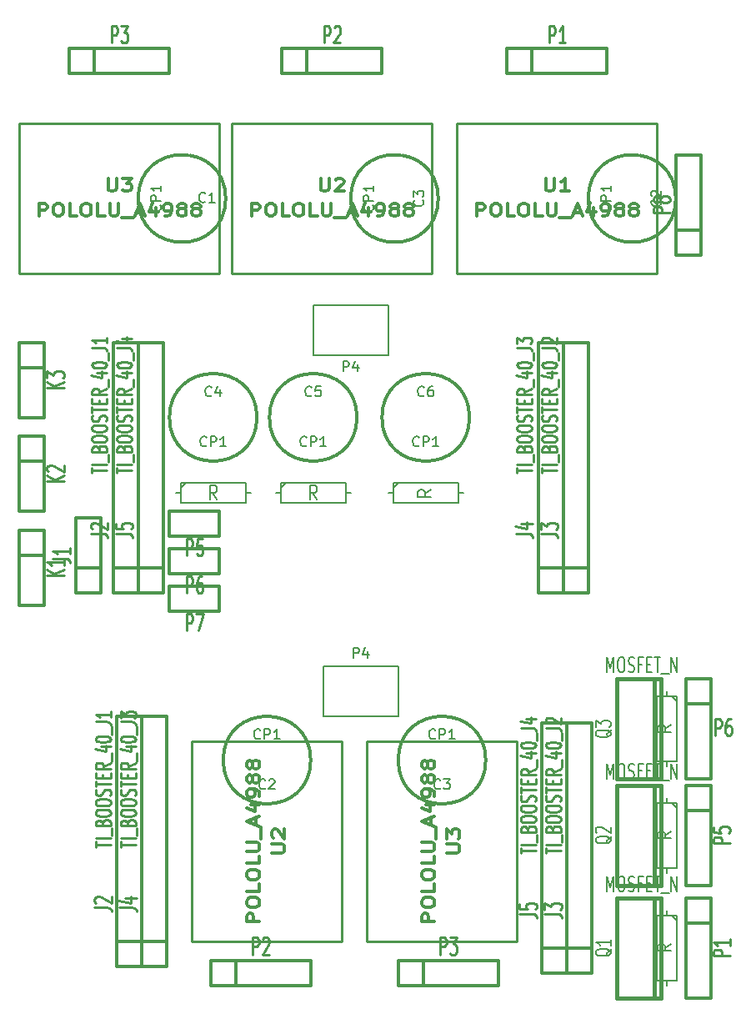
<source format=gto>
G04 (created by PCBNEW (2012-nov-02)-testing) date Mon 24 Dec 2012 01:36:53 PM MST*
%MOIN*%
G04 Gerber Fmt 3.4, Leading zero omitted, Abs format*
%FSLAX34Y34*%
G01*
G70*
G90*
G04 APERTURE LIST*
%ADD10C,0.006*%
%ADD11C,0.01*%
%ADD12C,0.012*%
%ADD13C,0.008*%
%ADD14C,0.015*%
%ADD15C,0.0107*%
%ADD16C,0.0106*%
G04 APERTURE END LIST*
G54D10*
G54D11*
X14000Y-14500D02*
X6000Y-14500D01*
X6000Y-14500D02*
X6000Y-8500D01*
X6000Y-8500D02*
X14000Y-8500D01*
X14000Y-8500D02*
X14000Y-14500D01*
X22500Y-14500D02*
X14500Y-14500D01*
X14500Y-14500D02*
X14500Y-8500D01*
X14500Y-8500D02*
X22500Y-8500D01*
X22500Y-8500D02*
X22500Y-14500D01*
X31500Y-14500D02*
X23500Y-14500D01*
X23500Y-14500D02*
X23500Y-8500D01*
X23500Y-8500D02*
X31500Y-8500D01*
X31500Y-8500D02*
X31500Y-14500D01*
G54D12*
X8000Y-5500D02*
X8000Y-5500D01*
X8000Y-6500D02*
X8000Y-5500D01*
X8000Y-5500D02*
X8000Y-5500D01*
X8000Y-5500D02*
X12000Y-5500D01*
X12000Y-5500D02*
X12000Y-6500D01*
X12000Y-6500D02*
X8000Y-6500D01*
X9000Y-6500D02*
X9000Y-5500D01*
X25500Y-5500D02*
X25500Y-5500D01*
X25500Y-6500D02*
X25500Y-5500D01*
X25500Y-5500D02*
X25500Y-5500D01*
X25500Y-5500D02*
X29500Y-5500D01*
X29500Y-5500D02*
X29500Y-6500D01*
X29500Y-6500D02*
X25500Y-6500D01*
X26500Y-6500D02*
X26500Y-5500D01*
X16500Y-5500D02*
X16500Y-5500D01*
X16500Y-6500D02*
X16500Y-5500D01*
X16500Y-5500D02*
X16500Y-5500D01*
X16500Y-5500D02*
X20500Y-5500D01*
X20500Y-5500D02*
X20500Y-6500D01*
X20500Y-6500D02*
X16500Y-6500D01*
X17500Y-6500D02*
X17500Y-5500D01*
X32250Y-11500D02*
G75*
G03X32250Y-11500I-1750J0D01*
G74*
G01*
X22750Y-11500D02*
G75*
G03X22750Y-11500I-1750J0D01*
G74*
G01*
X14250Y-11500D02*
G75*
G03X14250Y-11500I-1750J0D01*
G74*
G01*
X6000Y-24750D02*
X7000Y-24750D01*
X7000Y-24750D02*
X7000Y-27750D01*
X7000Y-27750D02*
X6000Y-27750D01*
X6000Y-27750D02*
X6000Y-24750D01*
X7000Y-25750D02*
X6000Y-25750D01*
X6000Y-21000D02*
X7000Y-21000D01*
X7000Y-21000D02*
X7000Y-24000D01*
X7000Y-24000D02*
X6000Y-24000D01*
X6000Y-24000D02*
X6000Y-21000D01*
X7000Y-22000D02*
X6000Y-22000D01*
X6000Y-17250D02*
X7000Y-17250D01*
X7000Y-17250D02*
X7000Y-20250D01*
X7000Y-20250D02*
X6000Y-20250D01*
X6000Y-20250D02*
X6000Y-17250D01*
X7000Y-18250D02*
X6000Y-18250D01*
X27750Y-27250D02*
X26750Y-27250D01*
X26750Y-27250D02*
X26750Y-17250D01*
X26750Y-17250D02*
X27750Y-17250D01*
X27750Y-17250D02*
X27750Y-27250D01*
X27750Y-26250D02*
X26750Y-26250D01*
X28750Y-27250D02*
X27750Y-27250D01*
X27750Y-27250D02*
X27750Y-17250D01*
X27750Y-17250D02*
X28750Y-17250D01*
X28750Y-17250D02*
X28750Y-27250D01*
X28750Y-26250D02*
X27750Y-26250D01*
X10750Y-27250D02*
X9750Y-27250D01*
X9750Y-27250D02*
X9750Y-17250D01*
X9750Y-17250D02*
X10750Y-17250D01*
X10750Y-17250D02*
X10750Y-27250D01*
X10750Y-26250D02*
X9750Y-26250D01*
G54D13*
X17750Y-15750D02*
X20750Y-15750D01*
X20750Y-17750D02*
X17750Y-17750D01*
X17750Y-17750D02*
X17750Y-15750D01*
X20750Y-15750D02*
X20750Y-17750D01*
G54D12*
X32250Y-13750D02*
X32250Y-13750D01*
X33250Y-13750D02*
X32250Y-13750D01*
X32250Y-13750D02*
X32250Y-13750D01*
X32250Y-13750D02*
X32250Y-9750D01*
X32250Y-9750D02*
X33250Y-9750D01*
X33250Y-9750D02*
X33250Y-13750D01*
X33250Y-12750D02*
X32250Y-12750D01*
X14000Y-24000D02*
X14000Y-25000D01*
X14000Y-25000D02*
X12000Y-25000D01*
X12000Y-25000D02*
X12000Y-24000D01*
X12000Y-24000D02*
X14000Y-24000D01*
X14000Y-25500D02*
X14000Y-26500D01*
X14000Y-26500D02*
X12000Y-26500D01*
X12000Y-26500D02*
X12000Y-25500D01*
X12000Y-25500D02*
X14000Y-25500D01*
X14000Y-27000D02*
X14000Y-28000D01*
X14000Y-28000D02*
X12000Y-28000D01*
X12000Y-28000D02*
X12000Y-27000D01*
X12000Y-27000D02*
X14000Y-27000D01*
G54D13*
X12250Y-23250D02*
X12450Y-23250D01*
X15250Y-23250D02*
X15050Y-23250D01*
X15050Y-23250D02*
X15050Y-22850D01*
X15050Y-22850D02*
X12450Y-22850D01*
X12450Y-22850D02*
X12450Y-23650D01*
X12450Y-23650D02*
X15050Y-23650D01*
X15050Y-23650D02*
X15050Y-23250D01*
X12450Y-23050D02*
X12650Y-22850D01*
X16250Y-23250D02*
X16450Y-23250D01*
X19250Y-23250D02*
X19050Y-23250D01*
X19050Y-23250D02*
X19050Y-22850D01*
X19050Y-22850D02*
X16450Y-22850D01*
X16450Y-22850D02*
X16450Y-23650D01*
X16450Y-23650D02*
X19050Y-23650D01*
X19050Y-23650D02*
X19050Y-23250D01*
X16450Y-23050D02*
X16650Y-22850D01*
X20750Y-23250D02*
X20950Y-23250D01*
X23750Y-23250D02*
X23550Y-23250D01*
X23550Y-23250D02*
X23550Y-22850D01*
X23550Y-22850D02*
X20950Y-22850D01*
X20950Y-22850D02*
X20950Y-23650D01*
X20950Y-23650D02*
X23550Y-23650D01*
X23550Y-23650D02*
X23550Y-23250D01*
X20950Y-23050D02*
X21150Y-22850D01*
G54D12*
X15500Y-20250D02*
G75*
G03X15500Y-20250I-1750J0D01*
G74*
G01*
X19500Y-20250D02*
G75*
G03X19500Y-20250I-1750J0D01*
G74*
G01*
X24000Y-20250D02*
G75*
G03X24000Y-20250I-1750J0D01*
G74*
G01*
X11750Y-27250D02*
X10750Y-27250D01*
X10750Y-27250D02*
X10750Y-17250D01*
X10750Y-17250D02*
X11750Y-17250D01*
X11750Y-17250D02*
X11750Y-27250D01*
X11750Y-26250D02*
X10750Y-26250D01*
X9250Y-27250D02*
X8250Y-27250D01*
X8250Y-27250D02*
X8250Y-24250D01*
X8250Y-24250D02*
X9250Y-24250D01*
X9250Y-24250D02*
X9250Y-27250D01*
X8250Y-26250D02*
X9250Y-26250D01*
X33650Y-30700D02*
X33650Y-30700D01*
X32650Y-30700D02*
X33650Y-30700D01*
X33650Y-30700D02*
X33650Y-30700D01*
X33650Y-30700D02*
X33650Y-34700D01*
X33650Y-34700D02*
X32650Y-34700D01*
X32650Y-34700D02*
X32650Y-30700D01*
X32650Y-31700D02*
X33650Y-31700D01*
X33650Y-34950D02*
X33650Y-34950D01*
X32650Y-34950D02*
X33650Y-34950D01*
X33650Y-34950D02*
X33650Y-34950D01*
X33650Y-34950D02*
X33650Y-38950D01*
X33650Y-38950D02*
X32650Y-38950D01*
X32650Y-38950D02*
X32650Y-34950D01*
X32650Y-35950D02*
X33650Y-35950D01*
X21150Y-41950D02*
X21150Y-41950D01*
X21150Y-42950D02*
X21150Y-41950D01*
X21150Y-41950D02*
X21150Y-41950D01*
X21150Y-41950D02*
X25150Y-41950D01*
X25150Y-41950D02*
X25150Y-42950D01*
X25150Y-42950D02*
X21150Y-42950D01*
X22150Y-42950D02*
X22150Y-41950D01*
X13650Y-41950D02*
X13650Y-41950D01*
X13650Y-42950D02*
X13650Y-41950D01*
X13650Y-41950D02*
X13650Y-41950D01*
X13650Y-41950D02*
X17650Y-41950D01*
X17650Y-41950D02*
X17650Y-42950D01*
X17650Y-42950D02*
X13650Y-42950D01*
X14650Y-42950D02*
X14650Y-41950D01*
X33650Y-39450D02*
X33650Y-39450D01*
X32650Y-39450D02*
X33650Y-39450D01*
X33650Y-39450D02*
X33650Y-39450D01*
X33650Y-39450D02*
X33650Y-43450D01*
X33650Y-43450D02*
X32650Y-43450D01*
X32650Y-43450D02*
X32650Y-39450D01*
X32650Y-40450D02*
X33650Y-40450D01*
X10900Y-42200D02*
X9900Y-42200D01*
X9900Y-42200D02*
X9900Y-32200D01*
X9900Y-32200D02*
X10900Y-32200D01*
X10900Y-32200D02*
X10900Y-42200D01*
X10900Y-41200D02*
X9900Y-41200D01*
X27900Y-42450D02*
X26900Y-42450D01*
X26900Y-42450D02*
X26900Y-32450D01*
X26900Y-32450D02*
X27900Y-32450D01*
X27900Y-32450D02*
X27900Y-42450D01*
X27900Y-41450D02*
X26900Y-41450D01*
X11900Y-42200D02*
X10900Y-42200D01*
X10900Y-42200D02*
X10900Y-32200D01*
X10900Y-32200D02*
X11900Y-32200D01*
X11900Y-32200D02*
X11900Y-42200D01*
X11900Y-41200D02*
X10900Y-41200D01*
X28900Y-42450D02*
X27900Y-42450D01*
X27900Y-42450D02*
X27900Y-32450D01*
X27900Y-32450D02*
X28900Y-32450D01*
X28900Y-32450D02*
X28900Y-42450D01*
X28900Y-41450D02*
X27900Y-41450D01*
G54D13*
X31900Y-39950D02*
X31900Y-40150D01*
X31900Y-42950D02*
X31900Y-42750D01*
X31900Y-42750D02*
X32300Y-42750D01*
X32300Y-42750D02*
X32300Y-40150D01*
X32300Y-40150D02*
X31500Y-40150D01*
X31500Y-40150D02*
X31500Y-42750D01*
X31500Y-42750D02*
X31900Y-42750D01*
X32100Y-40150D02*
X32300Y-40350D01*
X31900Y-35450D02*
X31900Y-35650D01*
X31900Y-38450D02*
X31900Y-38250D01*
X31900Y-38250D02*
X32300Y-38250D01*
X32300Y-38250D02*
X32300Y-35650D01*
X32300Y-35650D02*
X31500Y-35650D01*
X31500Y-35650D02*
X31500Y-38250D01*
X31500Y-38250D02*
X31900Y-38250D01*
X32100Y-35650D02*
X32300Y-35850D01*
X31900Y-31200D02*
X31900Y-31400D01*
X31900Y-34200D02*
X31900Y-34000D01*
X31900Y-34000D02*
X32300Y-34000D01*
X32300Y-34000D02*
X32300Y-31400D01*
X32300Y-31400D02*
X31500Y-31400D01*
X31500Y-31400D02*
X31500Y-34000D01*
X31500Y-34000D02*
X31900Y-34000D01*
X32100Y-31400D02*
X32300Y-31600D01*
X21150Y-32200D02*
X18150Y-32200D01*
X18150Y-30200D02*
X21150Y-30200D01*
X21150Y-30200D02*
X21150Y-32200D01*
X18150Y-32200D02*
X18150Y-30200D01*
G54D12*
X17650Y-33950D02*
G75*
G03X17650Y-33950I-1750J0D01*
G74*
G01*
X24650Y-33950D02*
G75*
G03X24650Y-33950I-1750J0D01*
G74*
G01*
G54D11*
X19900Y-41200D02*
X19900Y-33200D01*
X19900Y-33200D02*
X25900Y-33200D01*
X25900Y-33200D02*
X25900Y-41200D01*
X25900Y-41200D02*
X19900Y-41200D01*
X12900Y-41200D02*
X12900Y-33200D01*
X12900Y-33200D02*
X18900Y-33200D01*
X18900Y-33200D02*
X18900Y-41200D01*
X18900Y-41200D02*
X12900Y-41200D01*
G54D14*
X31400Y-39450D02*
X31650Y-39450D01*
X31650Y-39450D02*
X31650Y-43450D01*
X31650Y-43450D02*
X31400Y-43450D01*
X29900Y-39450D02*
X31400Y-39450D01*
X31400Y-39450D02*
X31400Y-43450D01*
X31400Y-43450D02*
X29900Y-43450D01*
X29900Y-43450D02*
X29900Y-39450D01*
X31400Y-34950D02*
X31650Y-34950D01*
X31650Y-34950D02*
X31650Y-38950D01*
X31650Y-38950D02*
X31400Y-38950D01*
X29900Y-34950D02*
X31400Y-34950D01*
X31400Y-34950D02*
X31400Y-38950D01*
X31400Y-38950D02*
X29900Y-38950D01*
X29900Y-38950D02*
X29900Y-34950D01*
X31400Y-30700D02*
X31650Y-30700D01*
X31650Y-30700D02*
X31650Y-34700D01*
X31650Y-34700D02*
X31400Y-34700D01*
X29900Y-30700D02*
X31400Y-30700D01*
X31400Y-30700D02*
X31400Y-34700D01*
X31400Y-34700D02*
X29900Y-34700D01*
X29900Y-34700D02*
X29900Y-30700D01*
G54D12*
X9542Y-10702D02*
X9542Y-11107D01*
X9571Y-11154D01*
X9600Y-11178D01*
X9657Y-11202D01*
X9771Y-11202D01*
X9828Y-11178D01*
X9857Y-11154D01*
X9885Y-11107D01*
X9885Y-10702D01*
X10114Y-10702D02*
X10485Y-10702D01*
X10285Y-10892D01*
X10371Y-10892D01*
X10428Y-10916D01*
X10457Y-10940D01*
X10485Y-10988D01*
X10485Y-11107D01*
X10457Y-11154D01*
X10428Y-11178D01*
X10371Y-11202D01*
X10200Y-11202D01*
X10142Y-11178D01*
X10114Y-11154D01*
X6785Y-12202D02*
X6785Y-11702D01*
X7014Y-11702D01*
X7071Y-11726D01*
X7100Y-11750D01*
X7128Y-11797D01*
X7128Y-11869D01*
X7100Y-11916D01*
X7071Y-11940D01*
X7014Y-11964D01*
X6785Y-11964D01*
X7500Y-11702D02*
X7614Y-11702D01*
X7671Y-11726D01*
X7728Y-11773D01*
X7757Y-11869D01*
X7757Y-12035D01*
X7728Y-12130D01*
X7671Y-12178D01*
X7614Y-12202D01*
X7500Y-12202D01*
X7442Y-12178D01*
X7385Y-12130D01*
X7357Y-12035D01*
X7357Y-11869D01*
X7385Y-11773D01*
X7442Y-11726D01*
X7500Y-11702D01*
X8299Y-12202D02*
X8014Y-12202D01*
X8014Y-11702D01*
X8614Y-11702D02*
X8728Y-11702D01*
X8785Y-11726D01*
X8842Y-11773D01*
X8871Y-11869D01*
X8871Y-12035D01*
X8842Y-12130D01*
X8785Y-12178D01*
X8728Y-12202D01*
X8614Y-12202D01*
X8557Y-12178D01*
X8499Y-12130D01*
X8471Y-12035D01*
X8471Y-11869D01*
X8499Y-11773D01*
X8557Y-11726D01*
X8614Y-11702D01*
X9414Y-12202D02*
X9128Y-12202D01*
X9128Y-11702D01*
X9614Y-11702D02*
X9614Y-12107D01*
X9642Y-12154D01*
X9671Y-12178D01*
X9728Y-12202D01*
X9842Y-12202D01*
X9899Y-12178D01*
X9928Y-12154D01*
X9957Y-12107D01*
X9957Y-11702D01*
X10099Y-12250D02*
X10557Y-12250D01*
X10671Y-12059D02*
X10957Y-12059D01*
X10614Y-12202D02*
X10814Y-11702D01*
X11014Y-12202D01*
X11471Y-11869D02*
X11471Y-12202D01*
X11328Y-11678D02*
X11185Y-12035D01*
X11557Y-12035D01*
X11814Y-12202D02*
X11928Y-12202D01*
X11985Y-12178D01*
X12014Y-12154D01*
X12071Y-12083D01*
X12099Y-11988D01*
X12099Y-11797D01*
X12071Y-11750D01*
X12042Y-11726D01*
X11985Y-11702D01*
X11871Y-11702D01*
X11814Y-11726D01*
X11785Y-11750D01*
X11757Y-11797D01*
X11757Y-11916D01*
X11785Y-11964D01*
X11814Y-11988D01*
X11871Y-12011D01*
X11985Y-12011D01*
X12042Y-11988D01*
X12071Y-11964D01*
X12099Y-11916D01*
X12442Y-11916D02*
X12385Y-11892D01*
X12357Y-11869D01*
X12328Y-11821D01*
X12328Y-11797D01*
X12357Y-11750D01*
X12385Y-11726D01*
X12442Y-11702D01*
X12557Y-11702D01*
X12614Y-11726D01*
X12642Y-11750D01*
X12671Y-11797D01*
X12671Y-11821D01*
X12642Y-11869D01*
X12614Y-11892D01*
X12557Y-11916D01*
X12442Y-11916D01*
X12385Y-11940D01*
X12357Y-11964D01*
X12328Y-12011D01*
X12328Y-12107D01*
X12357Y-12154D01*
X12385Y-12178D01*
X12442Y-12202D01*
X12557Y-12202D01*
X12614Y-12178D01*
X12642Y-12154D01*
X12671Y-12107D01*
X12671Y-12011D01*
X12642Y-11964D01*
X12614Y-11940D01*
X12557Y-11916D01*
X13014Y-11916D02*
X12957Y-11892D01*
X12928Y-11869D01*
X12900Y-11821D01*
X12900Y-11797D01*
X12928Y-11750D01*
X12957Y-11726D01*
X13014Y-11702D01*
X13128Y-11702D01*
X13185Y-11726D01*
X13214Y-11750D01*
X13242Y-11797D01*
X13242Y-11821D01*
X13214Y-11869D01*
X13185Y-11892D01*
X13128Y-11916D01*
X13014Y-11916D01*
X12957Y-11940D01*
X12928Y-11964D01*
X12900Y-12011D01*
X12900Y-12107D01*
X12928Y-12154D01*
X12957Y-12178D01*
X13014Y-12202D01*
X13128Y-12202D01*
X13185Y-12178D01*
X13214Y-12154D01*
X13242Y-12107D01*
X13242Y-12011D01*
X13214Y-11964D01*
X13185Y-11940D01*
X13128Y-11916D01*
X18042Y-10702D02*
X18042Y-11107D01*
X18071Y-11154D01*
X18100Y-11178D01*
X18157Y-11202D01*
X18271Y-11202D01*
X18328Y-11178D01*
X18357Y-11154D01*
X18385Y-11107D01*
X18385Y-10702D01*
X18642Y-10750D02*
X18671Y-10726D01*
X18728Y-10702D01*
X18871Y-10702D01*
X18928Y-10726D01*
X18957Y-10750D01*
X18985Y-10797D01*
X18985Y-10845D01*
X18957Y-10916D01*
X18614Y-11202D01*
X18985Y-11202D01*
X15285Y-12202D02*
X15285Y-11702D01*
X15514Y-11702D01*
X15571Y-11726D01*
X15600Y-11750D01*
X15628Y-11797D01*
X15628Y-11869D01*
X15600Y-11916D01*
X15571Y-11940D01*
X15514Y-11964D01*
X15285Y-11964D01*
X16000Y-11702D02*
X16114Y-11702D01*
X16171Y-11726D01*
X16228Y-11773D01*
X16257Y-11869D01*
X16257Y-12035D01*
X16228Y-12130D01*
X16171Y-12178D01*
X16114Y-12202D01*
X16000Y-12202D01*
X15942Y-12178D01*
X15885Y-12130D01*
X15857Y-12035D01*
X15857Y-11869D01*
X15885Y-11773D01*
X15942Y-11726D01*
X16000Y-11702D01*
X16799Y-12202D02*
X16514Y-12202D01*
X16514Y-11702D01*
X17114Y-11702D02*
X17228Y-11702D01*
X17285Y-11726D01*
X17342Y-11773D01*
X17371Y-11869D01*
X17371Y-12035D01*
X17342Y-12130D01*
X17285Y-12178D01*
X17228Y-12202D01*
X17114Y-12202D01*
X17057Y-12178D01*
X16999Y-12130D01*
X16971Y-12035D01*
X16971Y-11869D01*
X16999Y-11773D01*
X17057Y-11726D01*
X17114Y-11702D01*
X17914Y-12202D02*
X17628Y-12202D01*
X17628Y-11702D01*
X18114Y-11702D02*
X18114Y-12107D01*
X18142Y-12154D01*
X18171Y-12178D01*
X18228Y-12202D01*
X18342Y-12202D01*
X18399Y-12178D01*
X18428Y-12154D01*
X18457Y-12107D01*
X18457Y-11702D01*
X18599Y-12250D02*
X19057Y-12250D01*
X19171Y-12059D02*
X19457Y-12059D01*
X19114Y-12202D02*
X19314Y-11702D01*
X19514Y-12202D01*
X19971Y-11869D02*
X19971Y-12202D01*
X19828Y-11678D02*
X19685Y-12035D01*
X20057Y-12035D01*
X20314Y-12202D02*
X20428Y-12202D01*
X20485Y-12178D01*
X20514Y-12154D01*
X20571Y-12083D01*
X20599Y-11988D01*
X20599Y-11797D01*
X20571Y-11750D01*
X20542Y-11726D01*
X20485Y-11702D01*
X20371Y-11702D01*
X20314Y-11726D01*
X20285Y-11750D01*
X20257Y-11797D01*
X20257Y-11916D01*
X20285Y-11964D01*
X20314Y-11988D01*
X20371Y-12011D01*
X20485Y-12011D01*
X20542Y-11988D01*
X20571Y-11964D01*
X20599Y-11916D01*
X20942Y-11916D02*
X20885Y-11892D01*
X20857Y-11869D01*
X20828Y-11821D01*
X20828Y-11797D01*
X20857Y-11750D01*
X20885Y-11726D01*
X20942Y-11702D01*
X21057Y-11702D01*
X21114Y-11726D01*
X21142Y-11750D01*
X21171Y-11797D01*
X21171Y-11821D01*
X21142Y-11869D01*
X21114Y-11892D01*
X21057Y-11916D01*
X20942Y-11916D01*
X20885Y-11940D01*
X20857Y-11964D01*
X20828Y-12011D01*
X20828Y-12107D01*
X20857Y-12154D01*
X20885Y-12178D01*
X20942Y-12202D01*
X21057Y-12202D01*
X21114Y-12178D01*
X21142Y-12154D01*
X21171Y-12107D01*
X21171Y-12011D01*
X21142Y-11964D01*
X21114Y-11940D01*
X21057Y-11916D01*
X21514Y-11916D02*
X21457Y-11892D01*
X21428Y-11869D01*
X21400Y-11821D01*
X21400Y-11797D01*
X21428Y-11750D01*
X21457Y-11726D01*
X21514Y-11702D01*
X21628Y-11702D01*
X21685Y-11726D01*
X21714Y-11750D01*
X21742Y-11797D01*
X21742Y-11821D01*
X21714Y-11869D01*
X21685Y-11892D01*
X21628Y-11916D01*
X21514Y-11916D01*
X21457Y-11940D01*
X21428Y-11964D01*
X21400Y-12011D01*
X21400Y-12107D01*
X21428Y-12154D01*
X21457Y-12178D01*
X21514Y-12202D01*
X21628Y-12202D01*
X21685Y-12178D01*
X21714Y-12154D01*
X21742Y-12107D01*
X21742Y-12011D01*
X21714Y-11964D01*
X21685Y-11940D01*
X21628Y-11916D01*
X27042Y-10702D02*
X27042Y-11107D01*
X27071Y-11154D01*
X27100Y-11178D01*
X27157Y-11202D01*
X27271Y-11202D01*
X27328Y-11178D01*
X27357Y-11154D01*
X27385Y-11107D01*
X27385Y-10702D01*
X27985Y-11202D02*
X27642Y-11202D01*
X27814Y-11202D02*
X27814Y-10702D01*
X27757Y-10773D01*
X27700Y-10821D01*
X27642Y-10845D01*
X24285Y-12202D02*
X24285Y-11702D01*
X24514Y-11702D01*
X24571Y-11726D01*
X24600Y-11750D01*
X24628Y-11797D01*
X24628Y-11869D01*
X24600Y-11916D01*
X24571Y-11940D01*
X24514Y-11964D01*
X24285Y-11964D01*
X25000Y-11702D02*
X25114Y-11702D01*
X25171Y-11726D01*
X25228Y-11773D01*
X25257Y-11869D01*
X25257Y-12035D01*
X25228Y-12130D01*
X25171Y-12178D01*
X25114Y-12202D01*
X25000Y-12202D01*
X24942Y-12178D01*
X24885Y-12130D01*
X24857Y-12035D01*
X24857Y-11869D01*
X24885Y-11773D01*
X24942Y-11726D01*
X25000Y-11702D01*
X25799Y-12202D02*
X25514Y-12202D01*
X25514Y-11702D01*
X26114Y-11702D02*
X26228Y-11702D01*
X26285Y-11726D01*
X26342Y-11773D01*
X26371Y-11869D01*
X26371Y-12035D01*
X26342Y-12130D01*
X26285Y-12178D01*
X26228Y-12202D01*
X26114Y-12202D01*
X26057Y-12178D01*
X25999Y-12130D01*
X25971Y-12035D01*
X25971Y-11869D01*
X25999Y-11773D01*
X26057Y-11726D01*
X26114Y-11702D01*
X26914Y-12202D02*
X26628Y-12202D01*
X26628Y-11702D01*
X27114Y-11702D02*
X27114Y-12107D01*
X27142Y-12154D01*
X27171Y-12178D01*
X27228Y-12202D01*
X27342Y-12202D01*
X27399Y-12178D01*
X27428Y-12154D01*
X27457Y-12107D01*
X27457Y-11702D01*
X27599Y-12250D02*
X28057Y-12250D01*
X28171Y-12059D02*
X28457Y-12059D01*
X28114Y-12202D02*
X28314Y-11702D01*
X28514Y-12202D01*
X28971Y-11869D02*
X28971Y-12202D01*
X28828Y-11678D02*
X28685Y-12035D01*
X29057Y-12035D01*
X29314Y-12202D02*
X29428Y-12202D01*
X29485Y-12178D01*
X29514Y-12154D01*
X29571Y-12083D01*
X29599Y-11988D01*
X29599Y-11797D01*
X29571Y-11750D01*
X29542Y-11726D01*
X29485Y-11702D01*
X29371Y-11702D01*
X29314Y-11726D01*
X29285Y-11750D01*
X29257Y-11797D01*
X29257Y-11916D01*
X29285Y-11964D01*
X29314Y-11988D01*
X29371Y-12011D01*
X29485Y-12011D01*
X29542Y-11988D01*
X29571Y-11964D01*
X29599Y-11916D01*
X29942Y-11916D02*
X29885Y-11892D01*
X29857Y-11869D01*
X29828Y-11821D01*
X29828Y-11797D01*
X29857Y-11750D01*
X29885Y-11726D01*
X29942Y-11702D01*
X30057Y-11702D01*
X30114Y-11726D01*
X30142Y-11750D01*
X30171Y-11797D01*
X30171Y-11821D01*
X30142Y-11869D01*
X30114Y-11892D01*
X30057Y-11916D01*
X29942Y-11916D01*
X29885Y-11940D01*
X29857Y-11964D01*
X29828Y-12011D01*
X29828Y-12107D01*
X29857Y-12154D01*
X29885Y-12178D01*
X29942Y-12202D01*
X30057Y-12202D01*
X30114Y-12178D01*
X30142Y-12154D01*
X30171Y-12107D01*
X30171Y-12011D01*
X30142Y-11964D01*
X30114Y-11940D01*
X30057Y-11916D01*
X30514Y-11916D02*
X30457Y-11892D01*
X30428Y-11869D01*
X30400Y-11821D01*
X30400Y-11797D01*
X30428Y-11750D01*
X30457Y-11726D01*
X30514Y-11702D01*
X30628Y-11702D01*
X30685Y-11726D01*
X30714Y-11750D01*
X30742Y-11797D01*
X30742Y-11821D01*
X30714Y-11869D01*
X30685Y-11892D01*
X30628Y-11916D01*
X30514Y-11916D01*
X30457Y-11940D01*
X30428Y-11964D01*
X30400Y-12011D01*
X30400Y-12107D01*
X30428Y-12154D01*
X30457Y-12178D01*
X30514Y-12202D01*
X30628Y-12202D01*
X30685Y-12178D01*
X30714Y-12154D01*
X30742Y-12107D01*
X30742Y-12011D01*
X30714Y-11964D01*
X30685Y-11940D01*
X30628Y-11916D01*
G54D15*
X9684Y-5276D02*
X9684Y-4593D01*
X9847Y-4593D01*
X9887Y-4625D01*
X9908Y-4658D01*
X9928Y-4723D01*
X9928Y-4821D01*
X9908Y-4886D01*
X9887Y-4918D01*
X9847Y-4951D01*
X9684Y-4951D01*
X10071Y-4593D02*
X10336Y-4593D01*
X10193Y-4853D01*
X10254Y-4853D01*
X10295Y-4886D01*
X10315Y-4918D01*
X10336Y-4983D01*
X10336Y-5146D01*
X10315Y-5211D01*
X10295Y-5243D01*
X10254Y-5276D01*
X10132Y-5276D01*
X10091Y-5243D01*
X10071Y-5211D01*
G54D12*
G54D15*
X27184Y-5276D02*
X27184Y-4593D01*
X27347Y-4593D01*
X27387Y-4625D01*
X27408Y-4658D01*
X27428Y-4723D01*
X27428Y-4821D01*
X27408Y-4886D01*
X27387Y-4918D01*
X27347Y-4951D01*
X27184Y-4951D01*
X27836Y-5276D02*
X27591Y-5276D01*
X27714Y-5276D02*
X27714Y-4593D01*
X27673Y-4691D01*
X27632Y-4756D01*
X27591Y-4788D01*
G54D12*
G54D15*
X18184Y-5276D02*
X18184Y-4593D01*
X18347Y-4593D01*
X18387Y-4625D01*
X18408Y-4658D01*
X18428Y-4723D01*
X18428Y-4821D01*
X18408Y-4886D01*
X18387Y-4918D01*
X18347Y-4951D01*
X18184Y-4951D01*
X18591Y-4658D02*
X18612Y-4625D01*
X18652Y-4593D01*
X18754Y-4593D01*
X18795Y-4625D01*
X18815Y-4658D01*
X18836Y-4723D01*
X18836Y-4788D01*
X18815Y-4886D01*
X18571Y-5276D01*
X18836Y-5276D01*
G54D12*
G54D13*
X31623Y-11566D02*
X31642Y-11585D01*
X31661Y-11642D01*
X31661Y-11680D01*
X31642Y-11738D01*
X31604Y-11776D01*
X31566Y-11795D01*
X31490Y-11814D01*
X31433Y-11814D01*
X31357Y-11795D01*
X31319Y-11776D01*
X31280Y-11738D01*
X31261Y-11680D01*
X31261Y-11642D01*
X31280Y-11585D01*
X31300Y-11566D01*
X31300Y-11414D02*
X31280Y-11395D01*
X31261Y-11357D01*
X31261Y-11261D01*
X31280Y-11223D01*
X31300Y-11204D01*
X31338Y-11185D01*
X31376Y-11185D01*
X31433Y-11204D01*
X31661Y-11433D01*
X31661Y-11185D01*
X29623Y-11766D02*
X29642Y-11785D01*
X29661Y-11842D01*
X29661Y-11880D01*
X29642Y-11938D01*
X29604Y-11976D01*
X29566Y-11995D01*
X29490Y-12014D01*
X29433Y-12014D01*
X29357Y-11995D01*
X29319Y-11976D01*
X29280Y-11938D01*
X29261Y-11880D01*
X29261Y-11842D01*
X29280Y-11785D01*
X29300Y-11766D01*
X29661Y-11595D02*
X29261Y-11595D01*
X29261Y-11442D01*
X29280Y-11404D01*
X29300Y-11385D01*
X29338Y-11366D01*
X29395Y-11366D01*
X29433Y-11385D01*
X29452Y-11404D01*
X29471Y-11442D01*
X29471Y-11595D01*
X29661Y-10985D02*
X29661Y-11214D01*
X29661Y-11099D02*
X29261Y-11099D01*
X29319Y-11138D01*
X29357Y-11176D01*
X29376Y-11214D01*
X22123Y-11566D02*
X22142Y-11585D01*
X22161Y-11642D01*
X22161Y-11680D01*
X22142Y-11738D01*
X22104Y-11776D01*
X22066Y-11795D01*
X21990Y-11814D01*
X21933Y-11814D01*
X21857Y-11795D01*
X21819Y-11776D01*
X21780Y-11738D01*
X21761Y-11680D01*
X21761Y-11642D01*
X21780Y-11585D01*
X21800Y-11566D01*
X21761Y-11433D02*
X21761Y-11185D01*
X21914Y-11319D01*
X21914Y-11261D01*
X21933Y-11223D01*
X21952Y-11204D01*
X21990Y-11185D01*
X22085Y-11185D01*
X22123Y-11204D01*
X22142Y-11223D01*
X22161Y-11261D01*
X22161Y-11376D01*
X22142Y-11414D01*
X22123Y-11433D01*
X20123Y-11766D02*
X20142Y-11785D01*
X20161Y-11842D01*
X20161Y-11880D01*
X20142Y-11938D01*
X20104Y-11976D01*
X20066Y-11995D01*
X19990Y-12014D01*
X19933Y-12014D01*
X19857Y-11995D01*
X19819Y-11976D01*
X19780Y-11938D01*
X19761Y-11880D01*
X19761Y-11842D01*
X19780Y-11785D01*
X19800Y-11766D01*
X20161Y-11595D02*
X19761Y-11595D01*
X19761Y-11442D01*
X19780Y-11404D01*
X19800Y-11385D01*
X19838Y-11366D01*
X19895Y-11366D01*
X19933Y-11385D01*
X19952Y-11404D01*
X19971Y-11442D01*
X19971Y-11595D01*
X20161Y-10985D02*
X20161Y-11214D01*
X20161Y-11099D02*
X19761Y-11099D01*
X19819Y-11138D01*
X19857Y-11176D01*
X19876Y-11214D01*
X13433Y-11623D02*
X13414Y-11642D01*
X13357Y-11661D01*
X13319Y-11661D01*
X13261Y-11642D01*
X13223Y-11604D01*
X13204Y-11566D01*
X13185Y-11490D01*
X13185Y-11433D01*
X13204Y-11357D01*
X13223Y-11319D01*
X13261Y-11280D01*
X13319Y-11261D01*
X13357Y-11261D01*
X13414Y-11280D01*
X13433Y-11300D01*
X13814Y-11661D02*
X13585Y-11661D01*
X13700Y-11661D02*
X13700Y-11261D01*
X13661Y-11319D01*
X13623Y-11357D01*
X13585Y-11376D01*
X11623Y-11766D02*
X11642Y-11785D01*
X11661Y-11842D01*
X11661Y-11880D01*
X11642Y-11938D01*
X11604Y-11976D01*
X11566Y-11995D01*
X11490Y-12014D01*
X11433Y-12014D01*
X11357Y-11995D01*
X11319Y-11976D01*
X11280Y-11938D01*
X11261Y-11880D01*
X11261Y-11842D01*
X11280Y-11785D01*
X11300Y-11766D01*
X11661Y-11595D02*
X11261Y-11595D01*
X11261Y-11442D01*
X11280Y-11404D01*
X11300Y-11385D01*
X11338Y-11366D01*
X11395Y-11366D01*
X11433Y-11385D01*
X11452Y-11404D01*
X11471Y-11442D01*
X11471Y-11595D01*
X11661Y-10985D02*
X11661Y-11214D01*
X11661Y-11099D02*
X11261Y-11099D01*
X11319Y-11138D01*
X11357Y-11176D01*
X11376Y-11214D01*
G54D16*
X7785Y-26562D02*
X7080Y-26562D01*
X7785Y-26320D02*
X7382Y-26502D01*
X7080Y-26320D02*
X7483Y-26562D01*
X7785Y-25916D02*
X7785Y-26159D01*
X7785Y-26038D02*
X7080Y-26038D01*
X7181Y-26078D01*
X7248Y-26118D01*
X7281Y-26159D01*
G54D12*
G54D16*
X7785Y-22812D02*
X7080Y-22812D01*
X7785Y-22570D02*
X7382Y-22752D01*
X7080Y-22570D02*
X7483Y-22812D01*
X7147Y-22409D02*
X7113Y-22388D01*
X7080Y-22348D01*
X7080Y-22247D01*
X7113Y-22207D01*
X7147Y-22187D01*
X7214Y-22166D01*
X7281Y-22166D01*
X7382Y-22187D01*
X7785Y-22429D01*
X7785Y-22166D01*
G54D12*
G54D16*
X7785Y-19062D02*
X7080Y-19062D01*
X7785Y-18820D02*
X7382Y-19002D01*
X7080Y-18820D02*
X7483Y-19062D01*
X7080Y-18679D02*
X7080Y-18416D01*
X7348Y-18558D01*
X7348Y-18497D01*
X7382Y-18457D01*
X7416Y-18437D01*
X7483Y-18416D01*
X7651Y-18416D01*
X7718Y-18437D01*
X7751Y-18457D01*
X7785Y-18497D01*
X7785Y-18618D01*
X7751Y-18659D01*
X7718Y-18679D01*
G54D12*
G54D15*
X25844Y-24892D02*
X26331Y-24892D01*
X26428Y-24913D01*
X26493Y-24953D01*
X26525Y-25014D01*
X26525Y-25055D01*
X26071Y-24505D02*
X26525Y-24505D01*
X25812Y-24607D02*
X26298Y-24709D01*
X26298Y-24444D01*
G54D12*
G54D11*
X25892Y-22483D02*
X25892Y-22254D01*
X26492Y-22369D02*
X25892Y-22369D01*
X26492Y-22121D02*
X25892Y-22121D01*
X26550Y-22026D02*
X26550Y-21721D01*
X26178Y-21492D02*
X26207Y-21435D01*
X26235Y-21416D01*
X26292Y-21397D01*
X26378Y-21397D01*
X26435Y-21416D01*
X26464Y-21435D01*
X26492Y-21473D01*
X26492Y-21626D01*
X25892Y-21626D01*
X25892Y-21492D01*
X25921Y-21454D01*
X25950Y-21435D01*
X26007Y-21416D01*
X26064Y-21416D01*
X26121Y-21435D01*
X26150Y-21454D01*
X26178Y-21492D01*
X26178Y-21626D01*
X25892Y-21149D02*
X25892Y-21073D01*
X25921Y-21035D01*
X25978Y-20997D01*
X26092Y-20978D01*
X26292Y-20978D01*
X26407Y-20997D01*
X26464Y-21035D01*
X26492Y-21073D01*
X26492Y-21149D01*
X26464Y-21188D01*
X26407Y-21226D01*
X26292Y-21245D01*
X26092Y-21245D01*
X25978Y-21226D01*
X25921Y-21188D01*
X25892Y-21149D01*
X25892Y-20730D02*
X25892Y-20654D01*
X25921Y-20616D01*
X25978Y-20578D01*
X26092Y-20559D01*
X26292Y-20559D01*
X26407Y-20578D01*
X26464Y-20616D01*
X26492Y-20654D01*
X26492Y-20730D01*
X26464Y-20769D01*
X26407Y-20807D01*
X26292Y-20826D01*
X26092Y-20826D01*
X25978Y-20807D01*
X25921Y-20769D01*
X25892Y-20730D01*
X26464Y-20407D02*
X26492Y-20349D01*
X26492Y-20254D01*
X26464Y-20216D01*
X26435Y-20197D01*
X26378Y-20178D01*
X26321Y-20178D01*
X26264Y-20197D01*
X26235Y-20216D01*
X26207Y-20254D01*
X26178Y-20330D01*
X26150Y-20369D01*
X26121Y-20388D01*
X26064Y-20407D01*
X26007Y-20407D01*
X25950Y-20388D01*
X25921Y-20369D01*
X25892Y-20330D01*
X25892Y-20235D01*
X25921Y-20178D01*
X25892Y-20064D02*
X25892Y-19835D01*
X26492Y-19949D02*
X25892Y-19949D01*
X26178Y-19702D02*
X26178Y-19569D01*
X26492Y-19511D02*
X26492Y-19702D01*
X25892Y-19702D01*
X25892Y-19511D01*
X26492Y-19111D02*
X26207Y-19245D01*
X26492Y-19340D02*
X25892Y-19340D01*
X25892Y-19188D01*
X25921Y-19150D01*
X25950Y-19130D01*
X26007Y-19111D01*
X26092Y-19111D01*
X26150Y-19130D01*
X26178Y-19150D01*
X26207Y-19188D01*
X26207Y-19340D01*
X26550Y-19035D02*
X26550Y-18730D01*
X26092Y-18464D02*
X26492Y-18464D01*
X25864Y-18559D02*
X26292Y-18654D01*
X26292Y-18407D01*
X25892Y-18178D02*
X25892Y-18140D01*
X25921Y-18102D01*
X25950Y-18083D01*
X26007Y-18064D01*
X26121Y-18045D01*
X26264Y-18045D01*
X26378Y-18064D01*
X26435Y-18083D01*
X26464Y-18102D01*
X26492Y-18140D01*
X26492Y-18178D01*
X26464Y-18216D01*
X26435Y-18235D01*
X26378Y-18254D01*
X26264Y-18273D01*
X26121Y-18273D01*
X26007Y-18254D01*
X25950Y-18235D01*
X25921Y-18216D01*
X25892Y-18178D01*
X26550Y-17969D02*
X26550Y-17664D01*
X25892Y-17454D02*
X26321Y-17454D01*
X26407Y-17473D01*
X26464Y-17511D01*
X26492Y-17569D01*
X26492Y-17607D01*
X25892Y-17302D02*
X25892Y-17054D01*
X26121Y-17188D01*
X26121Y-17130D01*
X26150Y-17092D01*
X26178Y-17073D01*
X26235Y-17054D01*
X26378Y-17054D01*
X26435Y-17073D01*
X26464Y-17092D01*
X26492Y-17130D01*
X26492Y-17245D01*
X26464Y-17283D01*
X26435Y-17302D01*
G54D12*
G54D15*
X26844Y-24892D02*
X27331Y-24892D01*
X27428Y-24913D01*
X27493Y-24953D01*
X27525Y-25014D01*
X27525Y-25055D01*
X26844Y-24729D02*
X26844Y-24464D01*
X27104Y-24607D01*
X27104Y-24546D01*
X27136Y-24505D01*
X27168Y-24485D01*
X27233Y-24464D01*
X27395Y-24464D01*
X27460Y-24485D01*
X27493Y-24505D01*
X27525Y-24546D01*
X27525Y-24668D01*
X27493Y-24709D01*
X27460Y-24729D01*
G54D12*
G54D11*
X26892Y-22483D02*
X26892Y-22254D01*
X27492Y-22369D02*
X26892Y-22369D01*
X27492Y-22121D02*
X26892Y-22121D01*
X27550Y-22026D02*
X27550Y-21721D01*
X27178Y-21492D02*
X27207Y-21435D01*
X27235Y-21416D01*
X27292Y-21397D01*
X27378Y-21397D01*
X27435Y-21416D01*
X27464Y-21435D01*
X27492Y-21473D01*
X27492Y-21626D01*
X26892Y-21626D01*
X26892Y-21492D01*
X26921Y-21454D01*
X26950Y-21435D01*
X27007Y-21416D01*
X27064Y-21416D01*
X27121Y-21435D01*
X27150Y-21454D01*
X27178Y-21492D01*
X27178Y-21626D01*
X26892Y-21149D02*
X26892Y-21073D01*
X26921Y-21035D01*
X26978Y-20997D01*
X27092Y-20978D01*
X27292Y-20978D01*
X27407Y-20997D01*
X27464Y-21035D01*
X27492Y-21073D01*
X27492Y-21149D01*
X27464Y-21188D01*
X27407Y-21226D01*
X27292Y-21245D01*
X27092Y-21245D01*
X26978Y-21226D01*
X26921Y-21188D01*
X26892Y-21149D01*
X26892Y-20730D02*
X26892Y-20654D01*
X26921Y-20616D01*
X26978Y-20578D01*
X27092Y-20559D01*
X27292Y-20559D01*
X27407Y-20578D01*
X27464Y-20616D01*
X27492Y-20654D01*
X27492Y-20730D01*
X27464Y-20769D01*
X27407Y-20807D01*
X27292Y-20826D01*
X27092Y-20826D01*
X26978Y-20807D01*
X26921Y-20769D01*
X26892Y-20730D01*
X27464Y-20407D02*
X27492Y-20349D01*
X27492Y-20254D01*
X27464Y-20216D01*
X27435Y-20197D01*
X27378Y-20178D01*
X27321Y-20178D01*
X27264Y-20197D01*
X27235Y-20216D01*
X27207Y-20254D01*
X27178Y-20330D01*
X27150Y-20369D01*
X27121Y-20388D01*
X27064Y-20407D01*
X27007Y-20407D01*
X26950Y-20388D01*
X26921Y-20369D01*
X26892Y-20330D01*
X26892Y-20235D01*
X26921Y-20178D01*
X26892Y-20064D02*
X26892Y-19835D01*
X27492Y-19949D02*
X26892Y-19949D01*
X27178Y-19702D02*
X27178Y-19569D01*
X27492Y-19511D02*
X27492Y-19702D01*
X26892Y-19702D01*
X26892Y-19511D01*
X27492Y-19111D02*
X27207Y-19245D01*
X27492Y-19340D02*
X26892Y-19340D01*
X26892Y-19188D01*
X26921Y-19150D01*
X26950Y-19130D01*
X27007Y-19111D01*
X27092Y-19111D01*
X27150Y-19130D01*
X27178Y-19150D01*
X27207Y-19188D01*
X27207Y-19340D01*
X27550Y-19035D02*
X27550Y-18730D01*
X27092Y-18464D02*
X27492Y-18464D01*
X26864Y-18559D02*
X27292Y-18654D01*
X27292Y-18407D01*
X26892Y-18178D02*
X26892Y-18140D01*
X26921Y-18102D01*
X26950Y-18083D01*
X27007Y-18064D01*
X27121Y-18045D01*
X27264Y-18045D01*
X27378Y-18064D01*
X27435Y-18083D01*
X27464Y-18102D01*
X27492Y-18140D01*
X27492Y-18178D01*
X27464Y-18216D01*
X27435Y-18235D01*
X27378Y-18254D01*
X27264Y-18273D01*
X27121Y-18273D01*
X27007Y-18254D01*
X26950Y-18235D01*
X26921Y-18216D01*
X26892Y-18178D01*
X27550Y-17969D02*
X27550Y-17664D01*
X26892Y-17454D02*
X27321Y-17454D01*
X27407Y-17473D01*
X27464Y-17511D01*
X27492Y-17569D01*
X27492Y-17607D01*
X26950Y-17283D02*
X26921Y-17264D01*
X26892Y-17226D01*
X26892Y-17130D01*
X26921Y-17092D01*
X26950Y-17073D01*
X27007Y-17054D01*
X27064Y-17054D01*
X27150Y-17073D01*
X27492Y-17302D01*
X27492Y-17054D01*
G54D12*
G54D15*
X8844Y-24892D02*
X9331Y-24892D01*
X9428Y-24913D01*
X9493Y-24953D01*
X9525Y-25014D01*
X9525Y-25055D01*
X8909Y-24709D02*
X8877Y-24688D01*
X8844Y-24648D01*
X8844Y-24546D01*
X8877Y-24505D01*
X8909Y-24485D01*
X8974Y-24464D01*
X9039Y-24464D01*
X9136Y-24485D01*
X9525Y-24729D01*
X9525Y-24464D01*
G54D12*
G54D11*
X8892Y-22483D02*
X8892Y-22254D01*
X9492Y-22369D02*
X8892Y-22369D01*
X9492Y-22121D02*
X8892Y-22121D01*
X9550Y-22026D02*
X9550Y-21721D01*
X9178Y-21492D02*
X9207Y-21435D01*
X9235Y-21416D01*
X9292Y-21397D01*
X9378Y-21397D01*
X9435Y-21416D01*
X9464Y-21435D01*
X9492Y-21473D01*
X9492Y-21626D01*
X8892Y-21626D01*
X8892Y-21492D01*
X8921Y-21454D01*
X8950Y-21435D01*
X9007Y-21416D01*
X9064Y-21416D01*
X9121Y-21435D01*
X9150Y-21454D01*
X9178Y-21492D01*
X9178Y-21626D01*
X8892Y-21149D02*
X8892Y-21073D01*
X8921Y-21035D01*
X8978Y-20997D01*
X9092Y-20978D01*
X9292Y-20978D01*
X9407Y-20997D01*
X9464Y-21035D01*
X9492Y-21073D01*
X9492Y-21149D01*
X9464Y-21188D01*
X9407Y-21226D01*
X9292Y-21245D01*
X9092Y-21245D01*
X8978Y-21226D01*
X8921Y-21188D01*
X8892Y-21149D01*
X8892Y-20730D02*
X8892Y-20654D01*
X8921Y-20616D01*
X8978Y-20578D01*
X9092Y-20559D01*
X9292Y-20559D01*
X9407Y-20578D01*
X9464Y-20616D01*
X9492Y-20654D01*
X9492Y-20730D01*
X9464Y-20769D01*
X9407Y-20807D01*
X9292Y-20826D01*
X9092Y-20826D01*
X8978Y-20807D01*
X8921Y-20769D01*
X8892Y-20730D01*
X9464Y-20407D02*
X9492Y-20349D01*
X9492Y-20254D01*
X9464Y-20216D01*
X9435Y-20197D01*
X9378Y-20178D01*
X9321Y-20178D01*
X9264Y-20197D01*
X9235Y-20216D01*
X9207Y-20254D01*
X9178Y-20330D01*
X9150Y-20369D01*
X9121Y-20388D01*
X9064Y-20407D01*
X9007Y-20407D01*
X8950Y-20388D01*
X8921Y-20369D01*
X8892Y-20330D01*
X8892Y-20235D01*
X8921Y-20178D01*
X8892Y-20064D02*
X8892Y-19835D01*
X9492Y-19949D02*
X8892Y-19949D01*
X9178Y-19702D02*
X9178Y-19569D01*
X9492Y-19511D02*
X9492Y-19702D01*
X8892Y-19702D01*
X8892Y-19511D01*
X9492Y-19111D02*
X9207Y-19245D01*
X9492Y-19340D02*
X8892Y-19340D01*
X8892Y-19188D01*
X8921Y-19150D01*
X8950Y-19130D01*
X9007Y-19111D01*
X9092Y-19111D01*
X9150Y-19130D01*
X9178Y-19150D01*
X9207Y-19188D01*
X9207Y-19340D01*
X9550Y-19035D02*
X9550Y-18730D01*
X9092Y-18464D02*
X9492Y-18464D01*
X8864Y-18559D02*
X9292Y-18654D01*
X9292Y-18407D01*
X8892Y-18178D02*
X8892Y-18140D01*
X8921Y-18102D01*
X8950Y-18083D01*
X9007Y-18064D01*
X9121Y-18045D01*
X9264Y-18045D01*
X9378Y-18064D01*
X9435Y-18083D01*
X9464Y-18102D01*
X9492Y-18140D01*
X9492Y-18178D01*
X9464Y-18216D01*
X9435Y-18235D01*
X9378Y-18254D01*
X9264Y-18273D01*
X9121Y-18273D01*
X9007Y-18254D01*
X8950Y-18235D01*
X8921Y-18216D01*
X8892Y-18178D01*
X9550Y-17969D02*
X9550Y-17664D01*
X8892Y-17454D02*
X9321Y-17454D01*
X9407Y-17473D01*
X9464Y-17511D01*
X9492Y-17569D01*
X9492Y-17607D01*
X9492Y-17054D02*
X9492Y-17283D01*
X9492Y-17169D02*
X8892Y-17169D01*
X8978Y-17207D01*
X9035Y-17245D01*
X9064Y-17283D01*
G54D12*
G54D13*
X18954Y-18411D02*
X18954Y-18011D01*
X19107Y-18011D01*
X19145Y-18030D01*
X19164Y-18050D01*
X19183Y-18088D01*
X19183Y-18145D01*
X19164Y-18183D01*
X19145Y-18202D01*
X19107Y-18221D01*
X18954Y-18221D01*
X19526Y-18145D02*
X19526Y-18411D01*
X19430Y-17992D02*
X19335Y-18278D01*
X19583Y-18278D01*
G54D15*
X32026Y-12065D02*
X31343Y-12065D01*
X31343Y-11902D01*
X31375Y-11862D01*
X31408Y-11841D01*
X31473Y-11821D01*
X31571Y-11821D01*
X31636Y-11841D01*
X31668Y-11862D01*
X31701Y-11902D01*
X31701Y-12065D01*
X31636Y-11576D02*
X31603Y-11617D01*
X31571Y-11637D01*
X31506Y-11658D01*
X31473Y-11658D01*
X31408Y-11637D01*
X31375Y-11617D01*
X31343Y-11576D01*
X31343Y-11495D01*
X31375Y-11454D01*
X31408Y-11434D01*
X31473Y-11413D01*
X31506Y-11413D01*
X31571Y-11434D01*
X31603Y-11454D01*
X31636Y-11495D01*
X31636Y-11576D01*
X31668Y-11617D01*
X31701Y-11637D01*
X31766Y-11658D01*
X31896Y-11658D01*
X31961Y-11637D01*
X31993Y-11617D01*
X32026Y-11576D01*
X32026Y-11495D01*
X31993Y-11454D01*
X31961Y-11434D01*
X31896Y-11413D01*
X31766Y-11413D01*
X31701Y-11434D01*
X31668Y-11454D01*
X31636Y-11495D01*
G54D12*
G54D15*
X12684Y-25775D02*
X12684Y-25094D01*
X12847Y-25094D01*
X12887Y-25127D01*
X12908Y-25159D01*
X12928Y-25224D01*
X12928Y-25321D01*
X12908Y-25386D01*
X12887Y-25418D01*
X12847Y-25451D01*
X12684Y-25451D01*
X13315Y-25094D02*
X13112Y-25094D01*
X13091Y-25418D01*
X13112Y-25386D01*
X13152Y-25354D01*
X13254Y-25354D01*
X13295Y-25386D01*
X13315Y-25418D01*
X13336Y-25483D01*
X13336Y-25645D01*
X13315Y-25710D01*
X13295Y-25743D01*
X13254Y-25775D01*
X13152Y-25775D01*
X13112Y-25743D01*
X13091Y-25710D01*
G54D12*
G54D15*
X12684Y-27275D02*
X12684Y-26594D01*
X12847Y-26594D01*
X12887Y-26627D01*
X12908Y-26659D01*
X12928Y-26724D01*
X12928Y-26821D01*
X12908Y-26886D01*
X12887Y-26918D01*
X12847Y-26951D01*
X12684Y-26951D01*
X13295Y-26594D02*
X13214Y-26594D01*
X13173Y-26627D01*
X13152Y-26659D01*
X13112Y-26756D01*
X13091Y-26886D01*
X13091Y-27145D01*
X13112Y-27210D01*
X13132Y-27243D01*
X13173Y-27275D01*
X13254Y-27275D01*
X13295Y-27243D01*
X13315Y-27210D01*
X13336Y-27145D01*
X13336Y-26983D01*
X13315Y-26918D01*
X13295Y-26886D01*
X13254Y-26854D01*
X13173Y-26854D01*
X13132Y-26886D01*
X13112Y-26918D01*
X13091Y-26983D01*
G54D12*
G54D15*
X12684Y-28775D02*
X12684Y-28094D01*
X12847Y-28094D01*
X12887Y-28127D01*
X12908Y-28159D01*
X12928Y-28224D01*
X12928Y-28321D01*
X12908Y-28386D01*
X12887Y-28418D01*
X12847Y-28451D01*
X12684Y-28451D01*
X13071Y-28094D02*
X13356Y-28094D01*
X13173Y-28775D01*
G54D12*
G54D13*
X13904Y-23522D02*
X13738Y-23260D01*
X13619Y-23522D02*
X13619Y-22972D01*
X13809Y-22972D01*
X13857Y-22998D01*
X13880Y-23025D01*
X13904Y-23077D01*
X13904Y-23155D01*
X13880Y-23208D01*
X13857Y-23234D01*
X13809Y-23260D01*
X13619Y-23260D01*
X17904Y-23522D02*
X17738Y-23260D01*
X17619Y-23522D02*
X17619Y-22972D01*
X17809Y-22972D01*
X17857Y-22998D01*
X17880Y-23025D01*
X17904Y-23077D01*
X17904Y-23155D01*
X17880Y-23208D01*
X17857Y-23234D01*
X17809Y-23260D01*
X17619Y-23260D01*
X22472Y-23145D02*
X22210Y-23311D01*
X22472Y-23430D02*
X21922Y-23430D01*
X21922Y-23240D01*
X21948Y-23192D01*
X21975Y-23169D01*
X22027Y-23145D01*
X22105Y-23145D01*
X22158Y-23169D01*
X22184Y-23192D01*
X22210Y-23240D01*
X22210Y-23430D01*
X13683Y-19373D02*
X13664Y-19392D01*
X13607Y-19411D01*
X13569Y-19411D01*
X13511Y-19392D01*
X13473Y-19354D01*
X13454Y-19316D01*
X13435Y-19240D01*
X13435Y-19183D01*
X13454Y-19107D01*
X13473Y-19069D01*
X13511Y-19030D01*
X13569Y-19011D01*
X13607Y-19011D01*
X13664Y-19030D01*
X13683Y-19050D01*
X14026Y-19145D02*
X14026Y-19411D01*
X13930Y-18992D02*
X13835Y-19278D01*
X14083Y-19278D01*
X13483Y-21373D02*
X13464Y-21392D01*
X13407Y-21411D01*
X13369Y-21411D01*
X13311Y-21392D01*
X13273Y-21354D01*
X13254Y-21316D01*
X13235Y-21240D01*
X13235Y-21183D01*
X13254Y-21107D01*
X13273Y-21069D01*
X13311Y-21030D01*
X13369Y-21011D01*
X13407Y-21011D01*
X13464Y-21030D01*
X13483Y-21050D01*
X13654Y-21411D02*
X13654Y-21011D01*
X13807Y-21011D01*
X13845Y-21030D01*
X13864Y-21050D01*
X13883Y-21088D01*
X13883Y-21145D01*
X13864Y-21183D01*
X13845Y-21202D01*
X13807Y-21221D01*
X13654Y-21221D01*
X14264Y-21411D02*
X14035Y-21411D01*
X14150Y-21411D02*
X14150Y-21011D01*
X14111Y-21069D01*
X14073Y-21107D01*
X14035Y-21126D01*
X17683Y-19373D02*
X17664Y-19392D01*
X17607Y-19411D01*
X17569Y-19411D01*
X17511Y-19392D01*
X17473Y-19354D01*
X17454Y-19316D01*
X17435Y-19240D01*
X17435Y-19183D01*
X17454Y-19107D01*
X17473Y-19069D01*
X17511Y-19030D01*
X17569Y-19011D01*
X17607Y-19011D01*
X17664Y-19030D01*
X17683Y-19050D01*
X18045Y-19011D02*
X17854Y-19011D01*
X17835Y-19202D01*
X17854Y-19183D01*
X17892Y-19164D01*
X17988Y-19164D01*
X18026Y-19183D01*
X18045Y-19202D01*
X18064Y-19240D01*
X18064Y-19335D01*
X18045Y-19373D01*
X18026Y-19392D01*
X17988Y-19411D01*
X17892Y-19411D01*
X17854Y-19392D01*
X17835Y-19373D01*
X17483Y-21373D02*
X17464Y-21392D01*
X17407Y-21411D01*
X17369Y-21411D01*
X17311Y-21392D01*
X17273Y-21354D01*
X17254Y-21316D01*
X17235Y-21240D01*
X17235Y-21183D01*
X17254Y-21107D01*
X17273Y-21069D01*
X17311Y-21030D01*
X17369Y-21011D01*
X17407Y-21011D01*
X17464Y-21030D01*
X17483Y-21050D01*
X17654Y-21411D02*
X17654Y-21011D01*
X17807Y-21011D01*
X17845Y-21030D01*
X17864Y-21050D01*
X17883Y-21088D01*
X17883Y-21145D01*
X17864Y-21183D01*
X17845Y-21202D01*
X17807Y-21221D01*
X17654Y-21221D01*
X18264Y-21411D02*
X18035Y-21411D01*
X18150Y-21411D02*
X18150Y-21011D01*
X18111Y-21069D01*
X18073Y-21107D01*
X18035Y-21126D01*
X22183Y-19373D02*
X22164Y-19392D01*
X22107Y-19411D01*
X22069Y-19411D01*
X22011Y-19392D01*
X21973Y-19354D01*
X21954Y-19316D01*
X21935Y-19240D01*
X21935Y-19183D01*
X21954Y-19107D01*
X21973Y-19069D01*
X22011Y-19030D01*
X22069Y-19011D01*
X22107Y-19011D01*
X22164Y-19030D01*
X22183Y-19050D01*
X22526Y-19011D02*
X22450Y-19011D01*
X22411Y-19030D01*
X22392Y-19050D01*
X22354Y-19107D01*
X22335Y-19183D01*
X22335Y-19335D01*
X22354Y-19373D01*
X22373Y-19392D01*
X22411Y-19411D01*
X22488Y-19411D01*
X22526Y-19392D01*
X22545Y-19373D01*
X22564Y-19335D01*
X22564Y-19240D01*
X22545Y-19202D01*
X22526Y-19183D01*
X22488Y-19164D01*
X22411Y-19164D01*
X22373Y-19183D01*
X22354Y-19202D01*
X22335Y-19240D01*
X21983Y-21373D02*
X21964Y-21392D01*
X21907Y-21411D01*
X21869Y-21411D01*
X21811Y-21392D01*
X21773Y-21354D01*
X21754Y-21316D01*
X21735Y-21240D01*
X21735Y-21183D01*
X21754Y-21107D01*
X21773Y-21069D01*
X21811Y-21030D01*
X21869Y-21011D01*
X21907Y-21011D01*
X21964Y-21030D01*
X21983Y-21050D01*
X22154Y-21411D02*
X22154Y-21011D01*
X22307Y-21011D01*
X22345Y-21030D01*
X22364Y-21050D01*
X22383Y-21088D01*
X22383Y-21145D01*
X22364Y-21183D01*
X22345Y-21202D01*
X22307Y-21221D01*
X22154Y-21221D01*
X22764Y-21411D02*
X22535Y-21411D01*
X22650Y-21411D02*
X22650Y-21011D01*
X22611Y-21069D01*
X22573Y-21107D01*
X22535Y-21126D01*
G54D15*
X9844Y-24892D02*
X10331Y-24892D01*
X10428Y-24913D01*
X10493Y-24953D01*
X10525Y-25014D01*
X10525Y-25055D01*
X9844Y-24485D02*
X9844Y-24688D01*
X10168Y-24709D01*
X10136Y-24688D01*
X10104Y-24648D01*
X10104Y-24546D01*
X10136Y-24505D01*
X10168Y-24485D01*
X10233Y-24464D01*
X10395Y-24464D01*
X10460Y-24485D01*
X10493Y-24505D01*
X10525Y-24546D01*
X10525Y-24648D01*
X10493Y-24688D01*
X10460Y-24709D01*
G54D12*
G54D11*
X9892Y-22483D02*
X9892Y-22254D01*
X10492Y-22369D02*
X9892Y-22369D01*
X10492Y-22121D02*
X9892Y-22121D01*
X10550Y-22026D02*
X10550Y-21721D01*
X10178Y-21492D02*
X10207Y-21435D01*
X10235Y-21416D01*
X10292Y-21397D01*
X10378Y-21397D01*
X10435Y-21416D01*
X10464Y-21435D01*
X10492Y-21473D01*
X10492Y-21626D01*
X9892Y-21626D01*
X9892Y-21492D01*
X9921Y-21454D01*
X9950Y-21435D01*
X10007Y-21416D01*
X10064Y-21416D01*
X10121Y-21435D01*
X10150Y-21454D01*
X10178Y-21492D01*
X10178Y-21626D01*
X9892Y-21149D02*
X9892Y-21073D01*
X9921Y-21035D01*
X9978Y-20997D01*
X10092Y-20978D01*
X10292Y-20978D01*
X10407Y-20997D01*
X10464Y-21035D01*
X10492Y-21073D01*
X10492Y-21149D01*
X10464Y-21188D01*
X10407Y-21226D01*
X10292Y-21245D01*
X10092Y-21245D01*
X9978Y-21226D01*
X9921Y-21188D01*
X9892Y-21149D01*
X9892Y-20730D02*
X9892Y-20654D01*
X9921Y-20616D01*
X9978Y-20578D01*
X10092Y-20559D01*
X10292Y-20559D01*
X10407Y-20578D01*
X10464Y-20616D01*
X10492Y-20654D01*
X10492Y-20730D01*
X10464Y-20769D01*
X10407Y-20807D01*
X10292Y-20826D01*
X10092Y-20826D01*
X9978Y-20807D01*
X9921Y-20769D01*
X9892Y-20730D01*
X10464Y-20407D02*
X10492Y-20349D01*
X10492Y-20254D01*
X10464Y-20216D01*
X10435Y-20197D01*
X10378Y-20178D01*
X10321Y-20178D01*
X10264Y-20197D01*
X10235Y-20216D01*
X10207Y-20254D01*
X10178Y-20330D01*
X10150Y-20369D01*
X10121Y-20388D01*
X10064Y-20407D01*
X10007Y-20407D01*
X9950Y-20388D01*
X9921Y-20369D01*
X9892Y-20330D01*
X9892Y-20235D01*
X9921Y-20178D01*
X9892Y-20064D02*
X9892Y-19835D01*
X10492Y-19949D02*
X9892Y-19949D01*
X10178Y-19702D02*
X10178Y-19569D01*
X10492Y-19511D02*
X10492Y-19702D01*
X9892Y-19702D01*
X9892Y-19511D01*
X10492Y-19111D02*
X10207Y-19245D01*
X10492Y-19340D02*
X9892Y-19340D01*
X9892Y-19188D01*
X9921Y-19150D01*
X9950Y-19130D01*
X10007Y-19111D01*
X10092Y-19111D01*
X10150Y-19130D01*
X10178Y-19150D01*
X10207Y-19188D01*
X10207Y-19340D01*
X10550Y-19035D02*
X10550Y-18730D01*
X10092Y-18464D02*
X10492Y-18464D01*
X9864Y-18559D02*
X10292Y-18654D01*
X10292Y-18407D01*
X9892Y-18178D02*
X9892Y-18140D01*
X9921Y-18102D01*
X9950Y-18083D01*
X10007Y-18064D01*
X10121Y-18045D01*
X10264Y-18045D01*
X10378Y-18064D01*
X10435Y-18083D01*
X10464Y-18102D01*
X10492Y-18140D01*
X10492Y-18178D01*
X10464Y-18216D01*
X10435Y-18235D01*
X10378Y-18254D01*
X10264Y-18273D01*
X10121Y-18273D01*
X10007Y-18254D01*
X9950Y-18235D01*
X9921Y-18216D01*
X9892Y-18178D01*
X10550Y-17969D02*
X10550Y-17664D01*
X9892Y-17454D02*
X10321Y-17454D01*
X10407Y-17473D01*
X10464Y-17511D01*
X10492Y-17569D01*
X10492Y-17607D01*
X10092Y-17092D02*
X10492Y-17092D01*
X9864Y-17188D02*
X10292Y-17283D01*
X10292Y-17035D01*
G54D12*
G54D16*
X7330Y-25891D02*
X7833Y-25891D01*
X7934Y-25911D01*
X8001Y-25951D01*
X8035Y-26012D01*
X8035Y-26052D01*
X8035Y-25467D02*
X8035Y-25709D01*
X8035Y-25588D02*
X7330Y-25588D01*
X7431Y-25628D01*
X7498Y-25669D01*
X7531Y-25709D01*
G54D12*
G54D15*
X33834Y-32976D02*
X33834Y-32293D01*
X33997Y-32293D01*
X34037Y-32325D01*
X34058Y-32358D01*
X34078Y-32423D01*
X34078Y-32521D01*
X34058Y-32586D01*
X34037Y-32618D01*
X33997Y-32651D01*
X33834Y-32651D01*
X34445Y-32293D02*
X34364Y-32293D01*
X34323Y-32325D01*
X34302Y-32358D01*
X34262Y-32456D01*
X34241Y-32586D01*
X34241Y-32846D01*
X34262Y-32911D01*
X34282Y-32943D01*
X34323Y-32976D01*
X34404Y-32976D01*
X34445Y-32943D01*
X34465Y-32911D01*
X34486Y-32846D01*
X34486Y-32683D01*
X34465Y-32618D01*
X34445Y-32586D01*
X34404Y-32553D01*
X34323Y-32553D01*
X34282Y-32586D01*
X34262Y-32618D01*
X34241Y-32683D01*
G54D12*
G54D15*
X34426Y-37265D02*
X33743Y-37265D01*
X33743Y-37102D01*
X33775Y-37062D01*
X33808Y-37041D01*
X33873Y-37021D01*
X33971Y-37021D01*
X34036Y-37041D01*
X34068Y-37062D01*
X34101Y-37102D01*
X34101Y-37265D01*
X33743Y-36634D02*
X33743Y-36837D01*
X34068Y-36858D01*
X34036Y-36837D01*
X34003Y-36797D01*
X34003Y-36695D01*
X34036Y-36654D01*
X34068Y-36634D01*
X34133Y-36613D01*
X34296Y-36613D01*
X34361Y-36634D01*
X34393Y-36654D01*
X34426Y-36695D01*
X34426Y-36797D01*
X34393Y-36837D01*
X34361Y-36858D01*
G54D12*
G54D15*
X22834Y-41726D02*
X22834Y-41043D01*
X22997Y-41043D01*
X23037Y-41075D01*
X23058Y-41108D01*
X23078Y-41173D01*
X23078Y-41271D01*
X23058Y-41336D01*
X23037Y-41368D01*
X22997Y-41401D01*
X22834Y-41401D01*
X23221Y-41043D02*
X23486Y-41043D01*
X23343Y-41303D01*
X23404Y-41303D01*
X23445Y-41336D01*
X23465Y-41368D01*
X23486Y-41433D01*
X23486Y-41596D01*
X23465Y-41661D01*
X23445Y-41693D01*
X23404Y-41726D01*
X23282Y-41726D01*
X23241Y-41693D01*
X23221Y-41661D01*
G54D12*
G54D15*
X15334Y-41726D02*
X15334Y-41043D01*
X15497Y-41043D01*
X15537Y-41075D01*
X15558Y-41108D01*
X15578Y-41173D01*
X15578Y-41271D01*
X15558Y-41336D01*
X15537Y-41368D01*
X15497Y-41401D01*
X15334Y-41401D01*
X15741Y-41108D02*
X15762Y-41075D01*
X15802Y-41043D01*
X15904Y-41043D01*
X15945Y-41075D01*
X15965Y-41108D01*
X15986Y-41173D01*
X15986Y-41238D01*
X15965Y-41336D01*
X15721Y-41726D01*
X15986Y-41726D01*
G54D12*
G54D15*
X34426Y-41765D02*
X33743Y-41765D01*
X33743Y-41602D01*
X33775Y-41562D01*
X33808Y-41541D01*
X33873Y-41521D01*
X33971Y-41521D01*
X34036Y-41541D01*
X34068Y-41562D01*
X34101Y-41602D01*
X34101Y-41765D01*
X34426Y-41113D02*
X34426Y-41358D01*
X34426Y-41236D02*
X33743Y-41236D01*
X33841Y-41276D01*
X33906Y-41317D01*
X33938Y-41358D01*
G54D12*
G54D15*
X8994Y-39842D02*
X9481Y-39842D01*
X9578Y-39863D01*
X9643Y-39903D01*
X9675Y-39964D01*
X9675Y-40005D01*
X9059Y-39659D02*
X9027Y-39638D01*
X8994Y-39598D01*
X8994Y-39496D01*
X9027Y-39455D01*
X9059Y-39435D01*
X9124Y-39414D01*
X9189Y-39414D01*
X9286Y-39435D01*
X9675Y-39679D01*
X9675Y-39414D01*
G54D12*
G54D11*
X9042Y-37433D02*
X9042Y-37204D01*
X9642Y-37319D02*
X9042Y-37319D01*
X9642Y-37071D02*
X9042Y-37071D01*
X9700Y-36976D02*
X9700Y-36671D01*
X9328Y-36442D02*
X9357Y-36385D01*
X9385Y-36366D01*
X9442Y-36347D01*
X9528Y-36347D01*
X9585Y-36366D01*
X9614Y-36385D01*
X9642Y-36423D01*
X9642Y-36576D01*
X9042Y-36576D01*
X9042Y-36442D01*
X9071Y-36404D01*
X9100Y-36385D01*
X9157Y-36366D01*
X9214Y-36366D01*
X9271Y-36385D01*
X9300Y-36404D01*
X9328Y-36442D01*
X9328Y-36576D01*
X9042Y-36099D02*
X9042Y-36023D01*
X9071Y-35985D01*
X9128Y-35947D01*
X9242Y-35928D01*
X9442Y-35928D01*
X9557Y-35947D01*
X9614Y-35985D01*
X9642Y-36023D01*
X9642Y-36099D01*
X9614Y-36138D01*
X9557Y-36176D01*
X9442Y-36195D01*
X9242Y-36195D01*
X9128Y-36176D01*
X9071Y-36138D01*
X9042Y-36099D01*
X9042Y-35680D02*
X9042Y-35604D01*
X9071Y-35566D01*
X9128Y-35528D01*
X9242Y-35509D01*
X9442Y-35509D01*
X9557Y-35528D01*
X9614Y-35566D01*
X9642Y-35604D01*
X9642Y-35680D01*
X9614Y-35719D01*
X9557Y-35757D01*
X9442Y-35776D01*
X9242Y-35776D01*
X9128Y-35757D01*
X9071Y-35719D01*
X9042Y-35680D01*
X9614Y-35357D02*
X9642Y-35299D01*
X9642Y-35204D01*
X9614Y-35166D01*
X9585Y-35147D01*
X9528Y-35128D01*
X9471Y-35128D01*
X9414Y-35147D01*
X9385Y-35166D01*
X9357Y-35204D01*
X9328Y-35280D01*
X9300Y-35319D01*
X9271Y-35338D01*
X9214Y-35357D01*
X9157Y-35357D01*
X9100Y-35338D01*
X9071Y-35319D01*
X9042Y-35280D01*
X9042Y-35185D01*
X9071Y-35128D01*
X9042Y-35014D02*
X9042Y-34785D01*
X9642Y-34899D02*
X9042Y-34899D01*
X9328Y-34652D02*
X9328Y-34519D01*
X9642Y-34461D02*
X9642Y-34652D01*
X9042Y-34652D01*
X9042Y-34461D01*
X9642Y-34061D02*
X9357Y-34195D01*
X9642Y-34290D02*
X9042Y-34290D01*
X9042Y-34138D01*
X9071Y-34100D01*
X9100Y-34080D01*
X9157Y-34061D01*
X9242Y-34061D01*
X9300Y-34080D01*
X9328Y-34100D01*
X9357Y-34138D01*
X9357Y-34290D01*
X9700Y-33985D02*
X9700Y-33680D01*
X9242Y-33414D02*
X9642Y-33414D01*
X9014Y-33509D02*
X9442Y-33604D01*
X9442Y-33357D01*
X9042Y-33128D02*
X9042Y-33090D01*
X9071Y-33052D01*
X9100Y-33033D01*
X9157Y-33014D01*
X9271Y-32995D01*
X9414Y-32995D01*
X9528Y-33014D01*
X9585Y-33033D01*
X9614Y-33052D01*
X9642Y-33090D01*
X9642Y-33128D01*
X9614Y-33166D01*
X9585Y-33185D01*
X9528Y-33204D01*
X9414Y-33223D01*
X9271Y-33223D01*
X9157Y-33204D01*
X9100Y-33185D01*
X9071Y-33166D01*
X9042Y-33128D01*
X9700Y-32919D02*
X9700Y-32614D01*
X9042Y-32404D02*
X9471Y-32404D01*
X9557Y-32423D01*
X9614Y-32461D01*
X9642Y-32519D01*
X9642Y-32557D01*
X9642Y-32004D02*
X9642Y-32233D01*
X9642Y-32119D02*
X9042Y-32119D01*
X9128Y-32157D01*
X9185Y-32195D01*
X9214Y-32233D01*
G54D12*
G54D15*
X25994Y-40092D02*
X26481Y-40092D01*
X26578Y-40113D01*
X26643Y-40153D01*
X26675Y-40214D01*
X26675Y-40255D01*
X25994Y-39685D02*
X25994Y-39888D01*
X26318Y-39909D01*
X26286Y-39888D01*
X26254Y-39848D01*
X26254Y-39746D01*
X26286Y-39705D01*
X26318Y-39685D01*
X26383Y-39664D01*
X26545Y-39664D01*
X26610Y-39685D01*
X26643Y-39705D01*
X26675Y-39746D01*
X26675Y-39848D01*
X26643Y-39888D01*
X26610Y-39909D01*
G54D12*
G54D11*
X26042Y-37683D02*
X26042Y-37454D01*
X26642Y-37569D02*
X26042Y-37569D01*
X26642Y-37321D02*
X26042Y-37321D01*
X26700Y-37226D02*
X26700Y-36921D01*
X26328Y-36692D02*
X26357Y-36635D01*
X26385Y-36616D01*
X26442Y-36597D01*
X26528Y-36597D01*
X26585Y-36616D01*
X26614Y-36635D01*
X26642Y-36673D01*
X26642Y-36826D01*
X26042Y-36826D01*
X26042Y-36692D01*
X26071Y-36654D01*
X26100Y-36635D01*
X26157Y-36616D01*
X26214Y-36616D01*
X26271Y-36635D01*
X26300Y-36654D01*
X26328Y-36692D01*
X26328Y-36826D01*
X26042Y-36349D02*
X26042Y-36273D01*
X26071Y-36235D01*
X26128Y-36197D01*
X26242Y-36178D01*
X26442Y-36178D01*
X26557Y-36197D01*
X26614Y-36235D01*
X26642Y-36273D01*
X26642Y-36349D01*
X26614Y-36388D01*
X26557Y-36426D01*
X26442Y-36445D01*
X26242Y-36445D01*
X26128Y-36426D01*
X26071Y-36388D01*
X26042Y-36349D01*
X26042Y-35930D02*
X26042Y-35854D01*
X26071Y-35816D01*
X26128Y-35778D01*
X26242Y-35759D01*
X26442Y-35759D01*
X26557Y-35778D01*
X26614Y-35816D01*
X26642Y-35854D01*
X26642Y-35930D01*
X26614Y-35969D01*
X26557Y-36007D01*
X26442Y-36026D01*
X26242Y-36026D01*
X26128Y-36007D01*
X26071Y-35969D01*
X26042Y-35930D01*
X26614Y-35607D02*
X26642Y-35549D01*
X26642Y-35454D01*
X26614Y-35416D01*
X26585Y-35397D01*
X26528Y-35378D01*
X26471Y-35378D01*
X26414Y-35397D01*
X26385Y-35416D01*
X26357Y-35454D01*
X26328Y-35530D01*
X26300Y-35569D01*
X26271Y-35588D01*
X26214Y-35607D01*
X26157Y-35607D01*
X26100Y-35588D01*
X26071Y-35569D01*
X26042Y-35530D01*
X26042Y-35435D01*
X26071Y-35378D01*
X26042Y-35264D02*
X26042Y-35035D01*
X26642Y-35149D02*
X26042Y-35149D01*
X26328Y-34902D02*
X26328Y-34769D01*
X26642Y-34711D02*
X26642Y-34902D01*
X26042Y-34902D01*
X26042Y-34711D01*
X26642Y-34311D02*
X26357Y-34445D01*
X26642Y-34540D02*
X26042Y-34540D01*
X26042Y-34388D01*
X26071Y-34350D01*
X26100Y-34330D01*
X26157Y-34311D01*
X26242Y-34311D01*
X26300Y-34330D01*
X26328Y-34350D01*
X26357Y-34388D01*
X26357Y-34540D01*
X26700Y-34235D02*
X26700Y-33930D01*
X26242Y-33664D02*
X26642Y-33664D01*
X26014Y-33759D02*
X26442Y-33854D01*
X26442Y-33607D01*
X26042Y-33378D02*
X26042Y-33340D01*
X26071Y-33302D01*
X26100Y-33283D01*
X26157Y-33264D01*
X26271Y-33245D01*
X26414Y-33245D01*
X26528Y-33264D01*
X26585Y-33283D01*
X26614Y-33302D01*
X26642Y-33340D01*
X26642Y-33378D01*
X26614Y-33416D01*
X26585Y-33435D01*
X26528Y-33454D01*
X26414Y-33473D01*
X26271Y-33473D01*
X26157Y-33454D01*
X26100Y-33435D01*
X26071Y-33416D01*
X26042Y-33378D01*
X26700Y-33169D02*
X26700Y-32864D01*
X26042Y-32654D02*
X26471Y-32654D01*
X26557Y-32673D01*
X26614Y-32711D01*
X26642Y-32769D01*
X26642Y-32807D01*
X26242Y-32292D02*
X26642Y-32292D01*
X26014Y-32388D02*
X26442Y-32483D01*
X26442Y-32235D01*
G54D12*
G54D15*
X9994Y-39842D02*
X10481Y-39842D01*
X10578Y-39863D01*
X10643Y-39903D01*
X10675Y-39964D01*
X10675Y-40005D01*
X10221Y-39455D02*
X10675Y-39455D01*
X9962Y-39557D02*
X10448Y-39659D01*
X10448Y-39394D01*
G54D12*
G54D11*
X10042Y-37433D02*
X10042Y-37204D01*
X10642Y-37319D02*
X10042Y-37319D01*
X10642Y-37071D02*
X10042Y-37071D01*
X10700Y-36976D02*
X10700Y-36671D01*
X10328Y-36442D02*
X10357Y-36385D01*
X10385Y-36366D01*
X10442Y-36347D01*
X10528Y-36347D01*
X10585Y-36366D01*
X10614Y-36385D01*
X10642Y-36423D01*
X10642Y-36576D01*
X10042Y-36576D01*
X10042Y-36442D01*
X10071Y-36404D01*
X10100Y-36385D01*
X10157Y-36366D01*
X10214Y-36366D01*
X10271Y-36385D01*
X10300Y-36404D01*
X10328Y-36442D01*
X10328Y-36576D01*
X10042Y-36099D02*
X10042Y-36023D01*
X10071Y-35985D01*
X10128Y-35947D01*
X10242Y-35928D01*
X10442Y-35928D01*
X10557Y-35947D01*
X10614Y-35985D01*
X10642Y-36023D01*
X10642Y-36099D01*
X10614Y-36138D01*
X10557Y-36176D01*
X10442Y-36195D01*
X10242Y-36195D01*
X10128Y-36176D01*
X10071Y-36138D01*
X10042Y-36099D01*
X10042Y-35680D02*
X10042Y-35604D01*
X10071Y-35566D01*
X10128Y-35528D01*
X10242Y-35509D01*
X10442Y-35509D01*
X10557Y-35528D01*
X10614Y-35566D01*
X10642Y-35604D01*
X10642Y-35680D01*
X10614Y-35719D01*
X10557Y-35757D01*
X10442Y-35776D01*
X10242Y-35776D01*
X10128Y-35757D01*
X10071Y-35719D01*
X10042Y-35680D01*
X10614Y-35357D02*
X10642Y-35299D01*
X10642Y-35204D01*
X10614Y-35166D01*
X10585Y-35147D01*
X10528Y-35128D01*
X10471Y-35128D01*
X10414Y-35147D01*
X10385Y-35166D01*
X10357Y-35204D01*
X10328Y-35280D01*
X10300Y-35319D01*
X10271Y-35338D01*
X10214Y-35357D01*
X10157Y-35357D01*
X10100Y-35338D01*
X10071Y-35319D01*
X10042Y-35280D01*
X10042Y-35185D01*
X10071Y-35128D01*
X10042Y-35014D02*
X10042Y-34785D01*
X10642Y-34899D02*
X10042Y-34899D01*
X10328Y-34652D02*
X10328Y-34519D01*
X10642Y-34461D02*
X10642Y-34652D01*
X10042Y-34652D01*
X10042Y-34461D01*
X10642Y-34061D02*
X10357Y-34195D01*
X10642Y-34290D02*
X10042Y-34290D01*
X10042Y-34138D01*
X10071Y-34100D01*
X10100Y-34080D01*
X10157Y-34061D01*
X10242Y-34061D01*
X10300Y-34080D01*
X10328Y-34100D01*
X10357Y-34138D01*
X10357Y-34290D01*
X10700Y-33985D02*
X10700Y-33680D01*
X10242Y-33414D02*
X10642Y-33414D01*
X10014Y-33509D02*
X10442Y-33604D01*
X10442Y-33357D01*
X10042Y-33128D02*
X10042Y-33090D01*
X10071Y-33052D01*
X10100Y-33033D01*
X10157Y-33014D01*
X10271Y-32995D01*
X10414Y-32995D01*
X10528Y-33014D01*
X10585Y-33033D01*
X10614Y-33052D01*
X10642Y-33090D01*
X10642Y-33128D01*
X10614Y-33166D01*
X10585Y-33185D01*
X10528Y-33204D01*
X10414Y-33223D01*
X10271Y-33223D01*
X10157Y-33204D01*
X10100Y-33185D01*
X10071Y-33166D01*
X10042Y-33128D01*
X10700Y-32919D02*
X10700Y-32614D01*
X10042Y-32404D02*
X10471Y-32404D01*
X10557Y-32423D01*
X10614Y-32461D01*
X10642Y-32519D01*
X10642Y-32557D01*
X10042Y-32252D02*
X10042Y-32004D01*
X10271Y-32138D01*
X10271Y-32080D01*
X10300Y-32042D01*
X10328Y-32023D01*
X10385Y-32004D01*
X10528Y-32004D01*
X10585Y-32023D01*
X10614Y-32042D01*
X10642Y-32080D01*
X10642Y-32195D01*
X10614Y-32233D01*
X10585Y-32252D01*
G54D12*
G54D15*
X26994Y-40092D02*
X27481Y-40092D01*
X27578Y-40113D01*
X27643Y-40153D01*
X27675Y-40214D01*
X27675Y-40255D01*
X26994Y-39929D02*
X26994Y-39664D01*
X27254Y-39807D01*
X27254Y-39746D01*
X27286Y-39705D01*
X27318Y-39685D01*
X27383Y-39664D01*
X27545Y-39664D01*
X27610Y-39685D01*
X27643Y-39705D01*
X27675Y-39746D01*
X27675Y-39868D01*
X27643Y-39909D01*
X27610Y-39929D01*
G54D12*
G54D11*
X27042Y-37683D02*
X27042Y-37454D01*
X27642Y-37569D02*
X27042Y-37569D01*
X27642Y-37321D02*
X27042Y-37321D01*
X27700Y-37226D02*
X27700Y-36921D01*
X27328Y-36692D02*
X27357Y-36635D01*
X27385Y-36616D01*
X27442Y-36597D01*
X27528Y-36597D01*
X27585Y-36616D01*
X27614Y-36635D01*
X27642Y-36673D01*
X27642Y-36826D01*
X27042Y-36826D01*
X27042Y-36692D01*
X27071Y-36654D01*
X27100Y-36635D01*
X27157Y-36616D01*
X27214Y-36616D01*
X27271Y-36635D01*
X27300Y-36654D01*
X27328Y-36692D01*
X27328Y-36826D01*
X27042Y-36349D02*
X27042Y-36273D01*
X27071Y-36235D01*
X27128Y-36197D01*
X27242Y-36178D01*
X27442Y-36178D01*
X27557Y-36197D01*
X27614Y-36235D01*
X27642Y-36273D01*
X27642Y-36349D01*
X27614Y-36388D01*
X27557Y-36426D01*
X27442Y-36445D01*
X27242Y-36445D01*
X27128Y-36426D01*
X27071Y-36388D01*
X27042Y-36349D01*
X27042Y-35930D02*
X27042Y-35854D01*
X27071Y-35816D01*
X27128Y-35778D01*
X27242Y-35759D01*
X27442Y-35759D01*
X27557Y-35778D01*
X27614Y-35816D01*
X27642Y-35854D01*
X27642Y-35930D01*
X27614Y-35969D01*
X27557Y-36007D01*
X27442Y-36026D01*
X27242Y-36026D01*
X27128Y-36007D01*
X27071Y-35969D01*
X27042Y-35930D01*
X27614Y-35607D02*
X27642Y-35549D01*
X27642Y-35454D01*
X27614Y-35416D01*
X27585Y-35397D01*
X27528Y-35378D01*
X27471Y-35378D01*
X27414Y-35397D01*
X27385Y-35416D01*
X27357Y-35454D01*
X27328Y-35530D01*
X27300Y-35569D01*
X27271Y-35588D01*
X27214Y-35607D01*
X27157Y-35607D01*
X27100Y-35588D01*
X27071Y-35569D01*
X27042Y-35530D01*
X27042Y-35435D01*
X27071Y-35378D01*
X27042Y-35264D02*
X27042Y-35035D01*
X27642Y-35149D02*
X27042Y-35149D01*
X27328Y-34902D02*
X27328Y-34769D01*
X27642Y-34711D02*
X27642Y-34902D01*
X27042Y-34902D01*
X27042Y-34711D01*
X27642Y-34311D02*
X27357Y-34445D01*
X27642Y-34540D02*
X27042Y-34540D01*
X27042Y-34388D01*
X27071Y-34350D01*
X27100Y-34330D01*
X27157Y-34311D01*
X27242Y-34311D01*
X27300Y-34330D01*
X27328Y-34350D01*
X27357Y-34388D01*
X27357Y-34540D01*
X27700Y-34235D02*
X27700Y-33930D01*
X27242Y-33664D02*
X27642Y-33664D01*
X27014Y-33759D02*
X27442Y-33854D01*
X27442Y-33607D01*
X27042Y-33378D02*
X27042Y-33340D01*
X27071Y-33302D01*
X27100Y-33283D01*
X27157Y-33264D01*
X27271Y-33245D01*
X27414Y-33245D01*
X27528Y-33264D01*
X27585Y-33283D01*
X27614Y-33302D01*
X27642Y-33340D01*
X27642Y-33378D01*
X27614Y-33416D01*
X27585Y-33435D01*
X27528Y-33454D01*
X27414Y-33473D01*
X27271Y-33473D01*
X27157Y-33454D01*
X27100Y-33435D01*
X27071Y-33416D01*
X27042Y-33378D01*
X27700Y-33169D02*
X27700Y-32864D01*
X27042Y-32654D02*
X27471Y-32654D01*
X27557Y-32673D01*
X27614Y-32711D01*
X27642Y-32769D01*
X27642Y-32807D01*
X27100Y-32483D02*
X27071Y-32464D01*
X27042Y-32426D01*
X27042Y-32330D01*
X27071Y-32292D01*
X27100Y-32273D01*
X27157Y-32254D01*
X27214Y-32254D01*
X27300Y-32273D01*
X27642Y-32502D01*
X27642Y-32254D01*
G54D12*
G54D13*
X32072Y-41295D02*
X31810Y-41461D01*
X32072Y-41580D02*
X31522Y-41580D01*
X31522Y-41390D01*
X31548Y-41342D01*
X31575Y-41319D01*
X31627Y-41295D01*
X31705Y-41295D01*
X31758Y-41319D01*
X31784Y-41342D01*
X31810Y-41390D01*
X31810Y-41580D01*
X32072Y-36795D02*
X31810Y-36961D01*
X32072Y-37080D02*
X31522Y-37080D01*
X31522Y-36890D01*
X31548Y-36842D01*
X31575Y-36819D01*
X31627Y-36795D01*
X31705Y-36795D01*
X31758Y-36819D01*
X31784Y-36842D01*
X31810Y-36890D01*
X31810Y-37080D01*
X32072Y-32545D02*
X31810Y-32711D01*
X32072Y-32830D02*
X31522Y-32830D01*
X31522Y-32640D01*
X31548Y-32592D01*
X31575Y-32569D01*
X31627Y-32545D01*
X31705Y-32545D01*
X31758Y-32569D01*
X31784Y-32592D01*
X31810Y-32640D01*
X31810Y-32830D01*
X19354Y-29861D02*
X19354Y-29461D01*
X19507Y-29461D01*
X19545Y-29480D01*
X19564Y-29500D01*
X19583Y-29538D01*
X19583Y-29595D01*
X19564Y-29633D01*
X19545Y-29652D01*
X19507Y-29671D01*
X19354Y-29671D01*
X19926Y-29595D02*
X19926Y-29861D01*
X19830Y-29442D02*
X19735Y-29728D01*
X19983Y-29728D01*
X15833Y-35073D02*
X15814Y-35092D01*
X15757Y-35111D01*
X15719Y-35111D01*
X15661Y-35092D01*
X15623Y-35054D01*
X15604Y-35016D01*
X15585Y-34940D01*
X15585Y-34883D01*
X15604Y-34807D01*
X15623Y-34769D01*
X15661Y-34730D01*
X15719Y-34711D01*
X15757Y-34711D01*
X15814Y-34730D01*
X15833Y-34750D01*
X15985Y-34750D02*
X16004Y-34730D01*
X16042Y-34711D01*
X16138Y-34711D01*
X16176Y-34730D01*
X16195Y-34750D01*
X16214Y-34788D01*
X16214Y-34826D01*
X16195Y-34883D01*
X15966Y-35111D01*
X16214Y-35111D01*
X15633Y-33073D02*
X15614Y-33092D01*
X15557Y-33111D01*
X15519Y-33111D01*
X15461Y-33092D01*
X15423Y-33054D01*
X15404Y-33016D01*
X15385Y-32940D01*
X15385Y-32883D01*
X15404Y-32807D01*
X15423Y-32769D01*
X15461Y-32730D01*
X15519Y-32711D01*
X15557Y-32711D01*
X15614Y-32730D01*
X15633Y-32750D01*
X15804Y-33111D02*
X15804Y-32711D01*
X15957Y-32711D01*
X15995Y-32730D01*
X16014Y-32750D01*
X16033Y-32788D01*
X16033Y-32845D01*
X16014Y-32883D01*
X15995Y-32902D01*
X15957Y-32921D01*
X15804Y-32921D01*
X16414Y-33111D02*
X16185Y-33111D01*
X16300Y-33111D02*
X16300Y-32711D01*
X16261Y-32769D01*
X16223Y-32807D01*
X16185Y-32826D01*
X22833Y-35073D02*
X22814Y-35092D01*
X22757Y-35111D01*
X22719Y-35111D01*
X22661Y-35092D01*
X22623Y-35054D01*
X22604Y-35016D01*
X22585Y-34940D01*
X22585Y-34883D01*
X22604Y-34807D01*
X22623Y-34769D01*
X22661Y-34730D01*
X22719Y-34711D01*
X22757Y-34711D01*
X22814Y-34730D01*
X22833Y-34750D01*
X22966Y-34711D02*
X23214Y-34711D01*
X23080Y-34864D01*
X23138Y-34864D01*
X23176Y-34883D01*
X23195Y-34902D01*
X23214Y-34940D01*
X23214Y-35035D01*
X23195Y-35073D01*
X23176Y-35092D01*
X23138Y-35111D01*
X23023Y-35111D01*
X22985Y-35092D01*
X22966Y-35073D01*
X22633Y-33073D02*
X22614Y-33092D01*
X22557Y-33111D01*
X22519Y-33111D01*
X22461Y-33092D01*
X22423Y-33054D01*
X22404Y-33016D01*
X22385Y-32940D01*
X22385Y-32883D01*
X22404Y-32807D01*
X22423Y-32769D01*
X22461Y-32730D01*
X22519Y-32711D01*
X22557Y-32711D01*
X22614Y-32730D01*
X22633Y-32750D01*
X22804Y-33111D02*
X22804Y-32711D01*
X22957Y-32711D01*
X22995Y-32730D01*
X23014Y-32750D01*
X23033Y-32788D01*
X23033Y-32845D01*
X23014Y-32883D01*
X22995Y-32902D01*
X22957Y-32921D01*
X22804Y-32921D01*
X23414Y-33111D02*
X23185Y-33111D01*
X23300Y-33111D02*
X23300Y-32711D01*
X23261Y-32769D01*
X23223Y-32807D01*
X23185Y-32826D01*
G54D12*
X23102Y-37657D02*
X23507Y-37657D01*
X23554Y-37628D01*
X23578Y-37600D01*
X23602Y-37542D01*
X23602Y-37428D01*
X23578Y-37371D01*
X23554Y-37342D01*
X23507Y-37314D01*
X23102Y-37314D01*
X23102Y-37085D02*
X23102Y-36714D01*
X23292Y-36914D01*
X23292Y-36828D01*
X23316Y-36771D01*
X23340Y-36742D01*
X23388Y-36714D01*
X23507Y-36714D01*
X23554Y-36742D01*
X23578Y-36771D01*
X23602Y-36828D01*
X23602Y-37000D01*
X23578Y-37057D01*
X23554Y-37085D01*
X22602Y-40414D02*
X22102Y-40414D01*
X22102Y-40185D01*
X22126Y-40128D01*
X22150Y-40100D01*
X22197Y-40071D01*
X22269Y-40071D01*
X22316Y-40100D01*
X22340Y-40128D01*
X22364Y-40185D01*
X22364Y-40414D01*
X22102Y-39700D02*
X22102Y-39585D01*
X22126Y-39528D01*
X22173Y-39471D01*
X22269Y-39442D01*
X22435Y-39442D01*
X22530Y-39471D01*
X22578Y-39528D01*
X22602Y-39585D01*
X22602Y-39700D01*
X22578Y-39757D01*
X22530Y-39814D01*
X22435Y-39842D01*
X22269Y-39842D01*
X22173Y-39814D01*
X22126Y-39757D01*
X22102Y-39700D01*
X22602Y-38900D02*
X22602Y-39185D01*
X22102Y-39185D01*
X22102Y-38585D02*
X22102Y-38471D01*
X22126Y-38414D01*
X22173Y-38357D01*
X22269Y-38328D01*
X22435Y-38328D01*
X22530Y-38357D01*
X22578Y-38414D01*
X22602Y-38471D01*
X22602Y-38585D01*
X22578Y-38642D01*
X22530Y-38700D01*
X22435Y-38728D01*
X22269Y-38728D01*
X22173Y-38700D01*
X22126Y-38642D01*
X22102Y-38585D01*
X22602Y-37785D02*
X22602Y-38071D01*
X22102Y-38071D01*
X22102Y-37585D02*
X22507Y-37585D01*
X22554Y-37557D01*
X22578Y-37528D01*
X22602Y-37471D01*
X22602Y-37357D01*
X22578Y-37300D01*
X22554Y-37271D01*
X22507Y-37242D01*
X22102Y-37242D01*
X22650Y-37100D02*
X22650Y-36642D01*
X22459Y-36528D02*
X22459Y-36242D01*
X22602Y-36585D02*
X22102Y-36385D01*
X22602Y-36185D01*
X22269Y-35728D02*
X22602Y-35728D01*
X22078Y-35871D02*
X22435Y-36014D01*
X22435Y-35642D01*
X22602Y-35385D02*
X22602Y-35271D01*
X22578Y-35214D01*
X22554Y-35185D01*
X22483Y-35128D01*
X22388Y-35100D01*
X22197Y-35100D01*
X22150Y-35128D01*
X22126Y-35157D01*
X22102Y-35214D01*
X22102Y-35328D01*
X22126Y-35385D01*
X22150Y-35414D01*
X22197Y-35442D01*
X22316Y-35442D01*
X22364Y-35414D01*
X22388Y-35385D01*
X22411Y-35328D01*
X22411Y-35214D01*
X22388Y-35157D01*
X22364Y-35128D01*
X22316Y-35100D01*
X22316Y-34757D02*
X22292Y-34814D01*
X22269Y-34842D01*
X22221Y-34871D01*
X22197Y-34871D01*
X22150Y-34842D01*
X22126Y-34814D01*
X22102Y-34757D01*
X22102Y-34642D01*
X22126Y-34585D01*
X22150Y-34557D01*
X22197Y-34528D01*
X22221Y-34528D01*
X22269Y-34557D01*
X22292Y-34585D01*
X22316Y-34642D01*
X22316Y-34757D01*
X22340Y-34814D01*
X22364Y-34842D01*
X22411Y-34871D01*
X22507Y-34871D01*
X22554Y-34842D01*
X22578Y-34814D01*
X22602Y-34757D01*
X22602Y-34642D01*
X22578Y-34585D01*
X22554Y-34557D01*
X22507Y-34528D01*
X22411Y-34528D01*
X22364Y-34557D01*
X22340Y-34585D01*
X22316Y-34642D01*
X22316Y-34185D02*
X22292Y-34242D01*
X22269Y-34271D01*
X22221Y-34300D01*
X22197Y-34300D01*
X22150Y-34271D01*
X22126Y-34242D01*
X22102Y-34185D01*
X22102Y-34071D01*
X22126Y-34014D01*
X22150Y-33985D01*
X22197Y-33957D01*
X22221Y-33957D01*
X22269Y-33985D01*
X22292Y-34014D01*
X22316Y-34071D01*
X22316Y-34185D01*
X22340Y-34242D01*
X22364Y-34271D01*
X22411Y-34300D01*
X22507Y-34300D01*
X22554Y-34271D01*
X22578Y-34242D01*
X22602Y-34185D01*
X22602Y-34071D01*
X22578Y-34014D01*
X22554Y-33985D01*
X22507Y-33957D01*
X22411Y-33957D01*
X22364Y-33985D01*
X22340Y-34014D01*
X22316Y-34071D01*
X16102Y-37657D02*
X16507Y-37657D01*
X16554Y-37628D01*
X16578Y-37600D01*
X16602Y-37542D01*
X16602Y-37428D01*
X16578Y-37371D01*
X16554Y-37342D01*
X16507Y-37314D01*
X16102Y-37314D01*
X16150Y-37057D02*
X16126Y-37028D01*
X16102Y-36971D01*
X16102Y-36828D01*
X16126Y-36771D01*
X16150Y-36742D01*
X16197Y-36714D01*
X16245Y-36714D01*
X16316Y-36742D01*
X16602Y-37085D01*
X16602Y-36714D01*
X15602Y-40414D02*
X15102Y-40414D01*
X15102Y-40185D01*
X15126Y-40128D01*
X15150Y-40100D01*
X15197Y-40071D01*
X15269Y-40071D01*
X15316Y-40100D01*
X15340Y-40128D01*
X15364Y-40185D01*
X15364Y-40414D01*
X15102Y-39700D02*
X15102Y-39585D01*
X15126Y-39528D01*
X15173Y-39471D01*
X15269Y-39442D01*
X15435Y-39442D01*
X15530Y-39471D01*
X15578Y-39528D01*
X15602Y-39585D01*
X15602Y-39700D01*
X15578Y-39757D01*
X15530Y-39814D01*
X15435Y-39842D01*
X15269Y-39842D01*
X15173Y-39814D01*
X15126Y-39757D01*
X15102Y-39700D01*
X15602Y-38900D02*
X15602Y-39185D01*
X15102Y-39185D01*
X15102Y-38585D02*
X15102Y-38471D01*
X15126Y-38414D01*
X15173Y-38357D01*
X15269Y-38328D01*
X15435Y-38328D01*
X15530Y-38357D01*
X15578Y-38414D01*
X15602Y-38471D01*
X15602Y-38585D01*
X15578Y-38642D01*
X15530Y-38700D01*
X15435Y-38728D01*
X15269Y-38728D01*
X15173Y-38700D01*
X15126Y-38642D01*
X15102Y-38585D01*
X15602Y-37785D02*
X15602Y-38071D01*
X15102Y-38071D01*
X15102Y-37585D02*
X15507Y-37585D01*
X15554Y-37557D01*
X15578Y-37528D01*
X15602Y-37471D01*
X15602Y-37357D01*
X15578Y-37300D01*
X15554Y-37271D01*
X15507Y-37242D01*
X15102Y-37242D01*
X15650Y-37100D02*
X15650Y-36642D01*
X15459Y-36528D02*
X15459Y-36242D01*
X15602Y-36585D02*
X15102Y-36385D01*
X15602Y-36185D01*
X15269Y-35728D02*
X15602Y-35728D01*
X15078Y-35871D02*
X15435Y-36014D01*
X15435Y-35642D01*
X15602Y-35385D02*
X15602Y-35271D01*
X15578Y-35214D01*
X15554Y-35185D01*
X15483Y-35128D01*
X15388Y-35100D01*
X15197Y-35100D01*
X15150Y-35128D01*
X15126Y-35157D01*
X15102Y-35214D01*
X15102Y-35328D01*
X15126Y-35385D01*
X15150Y-35414D01*
X15197Y-35442D01*
X15316Y-35442D01*
X15364Y-35414D01*
X15388Y-35385D01*
X15411Y-35328D01*
X15411Y-35214D01*
X15388Y-35157D01*
X15364Y-35128D01*
X15316Y-35100D01*
X15316Y-34757D02*
X15292Y-34814D01*
X15269Y-34842D01*
X15221Y-34871D01*
X15197Y-34871D01*
X15150Y-34842D01*
X15126Y-34814D01*
X15102Y-34757D01*
X15102Y-34642D01*
X15126Y-34585D01*
X15150Y-34557D01*
X15197Y-34528D01*
X15221Y-34528D01*
X15269Y-34557D01*
X15292Y-34585D01*
X15316Y-34642D01*
X15316Y-34757D01*
X15340Y-34814D01*
X15364Y-34842D01*
X15411Y-34871D01*
X15507Y-34871D01*
X15554Y-34842D01*
X15578Y-34814D01*
X15602Y-34757D01*
X15602Y-34642D01*
X15578Y-34585D01*
X15554Y-34557D01*
X15507Y-34528D01*
X15411Y-34528D01*
X15364Y-34557D01*
X15340Y-34585D01*
X15316Y-34642D01*
X15316Y-34185D02*
X15292Y-34242D01*
X15269Y-34271D01*
X15221Y-34300D01*
X15197Y-34300D01*
X15150Y-34271D01*
X15126Y-34242D01*
X15102Y-34185D01*
X15102Y-34071D01*
X15126Y-34014D01*
X15150Y-33985D01*
X15197Y-33957D01*
X15221Y-33957D01*
X15269Y-33985D01*
X15292Y-34014D01*
X15316Y-34071D01*
X15316Y-34185D01*
X15340Y-34242D01*
X15364Y-34271D01*
X15411Y-34300D01*
X15507Y-34300D01*
X15554Y-34271D01*
X15578Y-34242D01*
X15602Y-34185D01*
X15602Y-34071D01*
X15578Y-34014D01*
X15554Y-33985D01*
X15507Y-33957D01*
X15411Y-33957D01*
X15364Y-33985D01*
X15340Y-34014D01*
X15316Y-34071D01*
G54D13*
X29700Y-41488D02*
X29671Y-41526D01*
X29614Y-41564D01*
X29528Y-41621D01*
X29500Y-41659D01*
X29500Y-41697D01*
X29642Y-41678D02*
X29614Y-41716D01*
X29557Y-41754D01*
X29442Y-41773D01*
X29242Y-41773D01*
X29128Y-41754D01*
X29071Y-41716D01*
X29042Y-41678D01*
X29042Y-41602D01*
X29071Y-41564D01*
X29128Y-41526D01*
X29242Y-41507D01*
X29442Y-41507D01*
X29557Y-41526D01*
X29614Y-41564D01*
X29642Y-41602D01*
X29642Y-41678D01*
X29642Y-41126D02*
X29642Y-41354D01*
X29642Y-41240D02*
X29042Y-41240D01*
X29128Y-41278D01*
X29185Y-41316D01*
X29214Y-41354D01*
X29500Y-39192D02*
X29500Y-38592D01*
X29633Y-39021D01*
X29766Y-38592D01*
X29766Y-39192D01*
X30033Y-38592D02*
X30109Y-38592D01*
X30147Y-38621D01*
X30185Y-38678D01*
X30204Y-38792D01*
X30204Y-38992D01*
X30185Y-39107D01*
X30147Y-39164D01*
X30109Y-39192D01*
X30033Y-39192D01*
X29995Y-39164D01*
X29957Y-39107D01*
X29938Y-38992D01*
X29938Y-38792D01*
X29957Y-38678D01*
X29995Y-38621D01*
X30033Y-38592D01*
X30357Y-39164D02*
X30414Y-39192D01*
X30509Y-39192D01*
X30547Y-39164D01*
X30566Y-39135D01*
X30585Y-39078D01*
X30585Y-39021D01*
X30566Y-38964D01*
X30547Y-38935D01*
X30509Y-38907D01*
X30433Y-38878D01*
X30395Y-38850D01*
X30376Y-38821D01*
X30357Y-38764D01*
X30357Y-38707D01*
X30376Y-38650D01*
X30395Y-38621D01*
X30433Y-38592D01*
X30528Y-38592D01*
X30585Y-38621D01*
X30890Y-38878D02*
X30757Y-38878D01*
X30757Y-39192D02*
X30757Y-38592D01*
X30947Y-38592D01*
X31100Y-38878D02*
X31233Y-38878D01*
X31290Y-39192D02*
X31100Y-39192D01*
X31100Y-38592D01*
X31290Y-38592D01*
X31404Y-38592D02*
X31633Y-38592D01*
X31519Y-39192D02*
X31519Y-38592D01*
X31671Y-39250D02*
X31976Y-39250D01*
X32071Y-39192D02*
X32071Y-38592D01*
X32300Y-39192D01*
X32300Y-38592D01*
X29700Y-36988D02*
X29671Y-37026D01*
X29614Y-37064D01*
X29528Y-37121D01*
X29500Y-37159D01*
X29500Y-37197D01*
X29642Y-37178D02*
X29614Y-37216D01*
X29557Y-37254D01*
X29442Y-37273D01*
X29242Y-37273D01*
X29128Y-37254D01*
X29071Y-37216D01*
X29042Y-37178D01*
X29042Y-37102D01*
X29071Y-37064D01*
X29128Y-37026D01*
X29242Y-37007D01*
X29442Y-37007D01*
X29557Y-37026D01*
X29614Y-37064D01*
X29642Y-37102D01*
X29642Y-37178D01*
X29100Y-36854D02*
X29071Y-36835D01*
X29042Y-36797D01*
X29042Y-36702D01*
X29071Y-36664D01*
X29100Y-36645D01*
X29157Y-36626D01*
X29214Y-36626D01*
X29300Y-36645D01*
X29642Y-36873D01*
X29642Y-36626D01*
X29500Y-34692D02*
X29500Y-34092D01*
X29633Y-34521D01*
X29766Y-34092D01*
X29766Y-34692D01*
X30033Y-34092D02*
X30109Y-34092D01*
X30147Y-34121D01*
X30185Y-34178D01*
X30204Y-34292D01*
X30204Y-34492D01*
X30185Y-34607D01*
X30147Y-34664D01*
X30109Y-34692D01*
X30033Y-34692D01*
X29995Y-34664D01*
X29957Y-34607D01*
X29938Y-34492D01*
X29938Y-34292D01*
X29957Y-34178D01*
X29995Y-34121D01*
X30033Y-34092D01*
X30357Y-34664D02*
X30414Y-34692D01*
X30509Y-34692D01*
X30547Y-34664D01*
X30566Y-34635D01*
X30585Y-34578D01*
X30585Y-34521D01*
X30566Y-34464D01*
X30547Y-34435D01*
X30509Y-34407D01*
X30433Y-34378D01*
X30395Y-34350D01*
X30376Y-34321D01*
X30357Y-34264D01*
X30357Y-34207D01*
X30376Y-34150D01*
X30395Y-34121D01*
X30433Y-34092D01*
X30528Y-34092D01*
X30585Y-34121D01*
X30890Y-34378D02*
X30757Y-34378D01*
X30757Y-34692D02*
X30757Y-34092D01*
X30947Y-34092D01*
X31100Y-34378D02*
X31233Y-34378D01*
X31290Y-34692D02*
X31100Y-34692D01*
X31100Y-34092D01*
X31290Y-34092D01*
X31404Y-34092D02*
X31633Y-34092D01*
X31519Y-34692D02*
X31519Y-34092D01*
X31671Y-34750D02*
X31976Y-34750D01*
X32071Y-34692D02*
X32071Y-34092D01*
X32300Y-34692D01*
X32300Y-34092D01*
X29700Y-32738D02*
X29671Y-32776D01*
X29614Y-32814D01*
X29528Y-32871D01*
X29500Y-32909D01*
X29500Y-32947D01*
X29642Y-32928D02*
X29614Y-32966D01*
X29557Y-33004D01*
X29442Y-33023D01*
X29242Y-33023D01*
X29128Y-33004D01*
X29071Y-32966D01*
X29042Y-32928D01*
X29042Y-32852D01*
X29071Y-32814D01*
X29128Y-32776D01*
X29242Y-32757D01*
X29442Y-32757D01*
X29557Y-32776D01*
X29614Y-32814D01*
X29642Y-32852D01*
X29642Y-32928D01*
X29042Y-32623D02*
X29042Y-32376D01*
X29271Y-32509D01*
X29271Y-32452D01*
X29300Y-32414D01*
X29328Y-32395D01*
X29385Y-32376D01*
X29528Y-32376D01*
X29585Y-32395D01*
X29614Y-32414D01*
X29642Y-32452D01*
X29642Y-32566D01*
X29614Y-32604D01*
X29585Y-32623D01*
X29500Y-30442D02*
X29500Y-29842D01*
X29633Y-30271D01*
X29766Y-29842D01*
X29766Y-30442D01*
X30033Y-29842D02*
X30109Y-29842D01*
X30147Y-29871D01*
X30185Y-29928D01*
X30204Y-30042D01*
X30204Y-30242D01*
X30185Y-30357D01*
X30147Y-30414D01*
X30109Y-30442D01*
X30033Y-30442D01*
X29995Y-30414D01*
X29957Y-30357D01*
X29938Y-30242D01*
X29938Y-30042D01*
X29957Y-29928D01*
X29995Y-29871D01*
X30033Y-29842D01*
X30357Y-30414D02*
X30414Y-30442D01*
X30509Y-30442D01*
X30547Y-30414D01*
X30566Y-30385D01*
X30585Y-30328D01*
X30585Y-30271D01*
X30566Y-30214D01*
X30547Y-30185D01*
X30509Y-30157D01*
X30433Y-30128D01*
X30395Y-30100D01*
X30376Y-30071D01*
X30357Y-30014D01*
X30357Y-29957D01*
X30376Y-29900D01*
X30395Y-29871D01*
X30433Y-29842D01*
X30528Y-29842D01*
X30585Y-29871D01*
X30890Y-30128D02*
X30757Y-30128D01*
X30757Y-30442D02*
X30757Y-29842D01*
X30947Y-29842D01*
X31100Y-30128D02*
X31233Y-30128D01*
X31290Y-30442D02*
X31100Y-30442D01*
X31100Y-29842D01*
X31290Y-29842D01*
X31404Y-29842D02*
X31633Y-29842D01*
X31519Y-30442D02*
X31519Y-29842D01*
X31671Y-30500D02*
X31976Y-30500D01*
X32071Y-30442D02*
X32071Y-29842D01*
X32300Y-30442D01*
X32300Y-29842D01*
M02*

</source>
